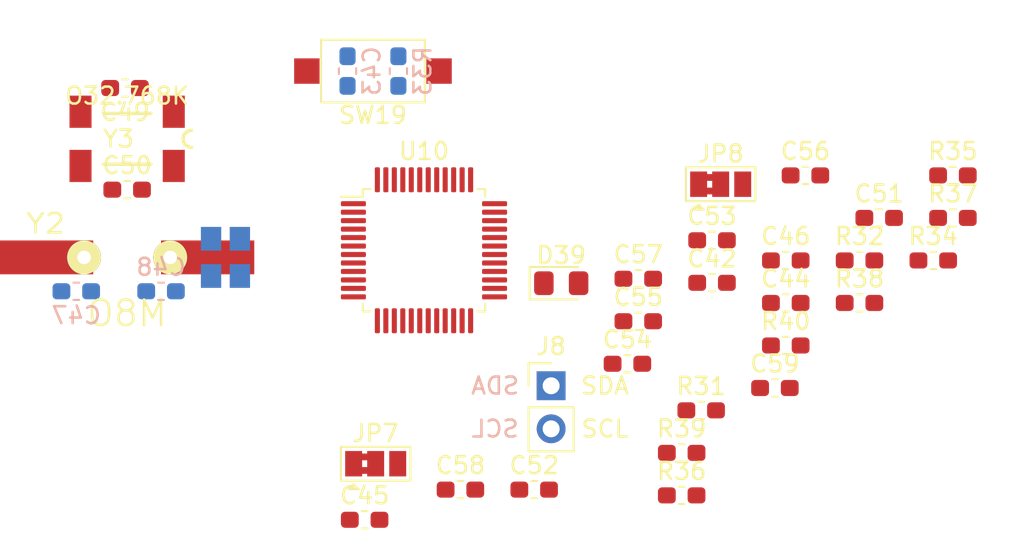
<source format=kicad_pcb>
(kicad_pcb (version 20171130) (host pcbnew 5.1.2-f72e74a~84~ubuntu18.04.1)

  (general
    (thickness 1.6)
    (drawings 0)
    (tracks 0)
    (zones 0)
    (modules 36)
    (nets 16)
  )

  (page A4)
  (layers
    (0 F.Cu signal)
    (31 B.Cu signal)
    (32 B.Adhes user)
    (33 F.Adhes user)
    (34 B.Paste user)
    (35 F.Paste user)
    (36 B.SilkS user)
    (37 F.SilkS user)
    (38 B.Mask user)
    (39 F.Mask user)
    (40 Dwgs.User user)
    (41 Cmts.User user)
    (42 Eco1.User user)
    (43 Eco2.User user)
    (44 Edge.Cuts user)
    (45 Margin user)
    (46 B.CrtYd user)
    (47 F.CrtYd user)
    (48 B.Fab user)
    (49 F.Fab user)
  )

  (setup
    (last_trace_width 0.25)
    (trace_clearance 0.2)
    (zone_clearance 0.508)
    (zone_45_only no)
    (trace_min 0.2)
    (via_size 0.8)
    (via_drill 0.4)
    (via_min_size 0.4)
    (via_min_drill 0.3)
    (uvia_size 0.3)
    (uvia_drill 0.1)
    (uvias_allowed no)
    (uvia_min_size 0.2)
    (uvia_min_drill 0.1)
    (edge_width 0.1)
    (segment_width 0.2)
    (pcb_text_width 0.3)
    (pcb_text_size 1.5 1.5)
    (mod_edge_width 0.15)
    (mod_text_size 1 1)
    (mod_text_width 0.15)
    (pad_size 1.524 1.524)
    (pad_drill 0.762)
    (pad_to_mask_clearance 0)
    (aux_axis_origin 0 0)
    (visible_elements FFFFFF7F)
    (pcbplotparams
      (layerselection 0x010fc_ffffffff)
      (usegerberextensions false)
      (usegerberattributes false)
      (usegerberadvancedattributes false)
      (creategerberjobfile false)
      (excludeedgelayer true)
      (linewidth 0.100000)
      (plotframeref false)
      (viasonmask false)
      (mode 1)
      (useauxorigin false)
      (hpglpennumber 1)
      (hpglpenspeed 20)
      (hpglpendiameter 15.000000)
      (psnegative false)
      (psa4output false)
      (plotreference true)
      (plotvalue true)
      (plotinvisibletext false)
      (padsonsilk false)
      (subtractmaskfromsilk false)
      (outputformat 1)
      (mirror false)
      (drillshape 1)
      (scaleselection 1)
      (outputdirectory ""))
  )

  (net 0 "")
  (net 1 GND)
  (net 2 /RESET)
  (net 3 Vstm32)
  (net 4 /OSC_P)
  (net 5 /OSC_N)
  (net 6 /OSC32K_P)
  (net 7 /OSC32K_N)
  (net 8 /PC13)
  (net 9 "Net-(D39-Pad1)")
  (net 10 /SCL)
  (net 11 /SDA)
  (net 12 "Net-(JP7-Pad2)")
  (net 13 "Net-(JP8-Pad2)")
  (net 14 /BOOT0)
  (net 15 /BOOT1)

  (net_class Default "This is the default net class."
    (clearance 0.2)
    (trace_width 0.25)
    (via_dia 0.8)
    (via_drill 0.4)
    (uvia_dia 0.3)
    (uvia_drill 0.1)
    (add_net +3V3)
    (add_net /BOOT0)
    (add_net /BOOT1)
    (add_net /BUZZER)
    (add_net /COL1)
    (add_net /COL2)
    (add_net /COL3)
    (add_net /OSC32K_N)
    (add_net /OSC32K_P)
    (add_net /OSC_N)
    (add_net /OSC_P)
    (add_net /PA15)
    (add_net /PC13)
    (add_net /RESET)
    (add_net /ROT_ENC_A1)
    (add_net /ROT_ENC_A2)
    (add_net /ROT_ENC_B1)
    (add_net /ROT_ENC_B2)
    (add_net /ROT_ENC_SW1)
    (add_net /ROT_ENC_SW2)
    (add_net /ROW1)
    (add_net /ROW2)
    (add_net /ROW3)
    (add_net /ROW4)
    (add_net /SCL)
    (add_net /SDA)
    (add_net /SWCLK)
    (add_net /SWDIO)
    (add_net /TTL_RX)
    (add_net /TTL_TX)
    (add_net /USB_N)
    (add_net /USB_P)
    (add_net /USR_BTN1)
    (add_net /USR_BTN2)
    (add_net /USR_BTN3)
    (add_net /USR_BTN4)
    (add_net /USR_STA1)
    (add_net /USR_STA2)
    (add_net /USR_STA3)
    (add_net /WS2812_OUT)
    (add_net GND)
    (add_net "Net-(C52-Pad1)")
    (add_net "Net-(C52-Pad2)")
    (add_net "Net-(C53-Pad1)")
    (add_net "Net-(C53-Pad2)")
    (add_net "Net-(C54-Pad1)")
    (add_net "Net-(C54-Pad2)")
    (add_net "Net-(C55-Pad1)")
    (add_net "Net-(C55-Pad2)")
    (add_net "Net-(C56-Pad1)")
    (add_net "Net-(C56-Pad2)")
    (add_net "Net-(C57-Pad1)")
    (add_net "Net-(C57-Pad2)")
    (add_net "Net-(C58-Pad1)")
    (add_net "Net-(C58-Pad2)")
    (add_net "Net-(C59-Pad1)")
    (add_net "Net-(C59-Pad2)")
    (add_net "Net-(D39-Pad1)")
    (add_net "Net-(JP7-Pad2)")
    (add_net "Net-(JP8-Pad2)")
    (add_net "Net-(R37-Pad1)")
    (add_net "Net-(R37-Pad2)")
    (add_net "Net-(R38-Pad1)")
    (add_net "Net-(R38-Pad2)")
    (add_net "Net-(R39-Pad1)")
    (add_net "Net-(R39-Pad2)")
    (add_net "Net-(R40-Pad1)")
    (add_net "Net-(R40-Pad2)")
    (add_net Vstm32)
  )

  (module footprint-lib:MC-306 (layer F.Cu) (tedit 5CD43AA7) (tstamp 5CF4890F)
    (at 8 24 180)
    (descr "<b>MC-306 CRYSTAL UNIT</b><p>Source: MC-306_405_406_E07X.PDF")
    (path /5BCBF11C)
    (attr smd)
    (fp_text reference Y3 (at 0.508 0) (layer F.SilkS)
      (effects (font (size 1 1) (thickness 0.15)))
    )
    (fp_text value O32.768K (at 0 2.54) (layer F.SilkS)
      (effects (font (size 1 1) (thickness 0.15)))
    )
    (fp_arc (start -3.8 0) (end -3.8 0.5) (angle -180) (layer F.SilkS) (width 0.2032))
    (fp_line (start 1.4 1.5) (end -1.4 1.5) (layer F.SilkS) (width 0.2032))
    (fp_line (start -1.4 -1.5) (end 1.4 -1.5) (layer F.SilkS) (width 0.2032))
    (fp_line (start 3.9 1.5) (end -3.9 1.5) (layer Dwgs.User) (width 0.2032))
    (fp_line (start -3.9 -1.5) (end 3.9 -1.5) (layer Dwgs.User) (width 0.2032))
    (pad 4 smd rect (at -2.75 -1.6) (size 1.3 1.9) (layers F.Cu F.Paste F.Mask))
    (pad 3 smd rect (at 2.75 -1.6) (size 1.3 1.9) (layers F.Cu F.Paste F.Mask))
    (pad 2 smd rect (at 2.75 1.6 180) (size 1.3 1.9) (layers F.Cu F.Paste F.Mask)
      (net 7 /OSC32K_N))
    (pad 1 smd rect (at -2.75 1.6 180) (size 1.3 1.9) (layers F.Cu F.Paste F.Mask)
      (net 6 /OSC32K_P))
    (model /home/logic/_workspace/kicad/kicad_library/kicad-packages3d/Crystal_SMD_SeikoEpson_MC306-4pin_8.0x3.2mm.wrl
      (at (xyz 0 0 0))
      (scale (xyz 1 1 1))
      (rotate (xyz 0 0 0))
    )
    (model /home/logic/_workspace/kicad/kicad_library/kicad-packages3d/Crystal_SMD_SeikoEpson_MC306-4pin_8.0x3.2mm_HandSoldering.wrl
      (at (xyz 0 0 0))
      (scale (xyz 1 1 1))
      (rotate (xyz 0 0 0))
    )
  )

  (module footprint-lib:osc_debug locked (layer F.Cu) (tedit 5CE11483) (tstamp 5CF48902)
    (at 8 31)
    (descr "Crystal, HC-49/SMD, 3225")
    (tags "QUARTZ HC-49 SMD 3225")
    (path /5BCC6C8D)
    (autoplace_cost180 10)
    (fp_text reference Y2 (at -4.8 -2 180) (layer F.SilkS)
      (effects (font (size 1.143 1.27) (thickness 0.1524)))
    )
    (fp_text value O8M (at 0 3.302) (layer F.SilkS)
      (effects (font (size 1.5 1.5) (thickness 0.15)))
    )
    (fp_arc (start -3.302 0) (end -5.588 0) (angle 90) (layer Dwgs.User) (width 0.254))
    (fp_arc (start -3.302 0) (end -3.302 2.286) (angle 90) (layer Dwgs.User) (width 0.254))
    (fp_line (start -3.302 -2.286) (end 3.302 -2.286) (layer Dwgs.User) (width 0.254))
    (fp_line (start 3.302 2.286) (end -3.302 2.286) (layer Dwgs.User) (width 0.254))
    (fp_arc (start 3.302 0) (end 5.588 0) (angle 90) (layer Dwgs.User) (width 0.254))
    (fp_arc (start -3.302 0) (end -5.08 0) (angle 90) (layer Dwgs.User) (width 0.254))
    (fp_arc (start -3.302 0) (end -3.302 1.778) (angle 90) (layer Dwgs.User) (width 0.254))
    (fp_arc (start 3.302 0) (end 3.302 -1.778) (angle 90) (layer Dwgs.User) (width 0.254))
    (fp_arc (start 3.302 0) (end 5.08 0) (angle 90) (layer Dwgs.User) (width 0.254))
    (fp_line (start 3.302 -1.778) (end -3.302 -1.778) (layer Dwgs.User) (width 0.254))
    (fp_line (start -3.302 1.778) (end 3.302 1.778) (layer Dwgs.User) (width 0.254))
    (fp_arc (start 3.302 0) (end 3.302 -2.286) (angle 90) (layer Dwgs.User) (width 0.254))
    (fp_line (start 5.79882 -2.49936) (end -5.79882 -2.49936) (layer Dwgs.User) (width 0.29972))
    (fp_line (start 5.79882 2.49936) (end 5.79882 -2.49936) (layer Dwgs.User) (width 0.29972))
    (fp_line (start -5.79882 2.49936) (end 5.79882 2.49936) (layer Dwgs.User) (width 0.29972))
    (fp_line (start -5.79882 -2.49936) (end -5.79882 2.49936) (layer Dwgs.User) (width 0.29972))
    (pad 4 smd rect (at 6.65 1.1 270) (size 1.4 1.2) (layers B.Cu B.Paste B.Mask))
    (pad 1 smd rect (at 6.65 -1.1 270) (size 1.4 1.2) (layers B.Cu B.Paste B.Mask)
      (net 4 /OSC_P))
    (pad 2 smd rect (at 4.95 1.1 270) (size 1.4 1.2) (layers B.Cu B.Paste B.Mask)
      (net 1 GND))
    (pad 3 smd rect (at 4.95 -1.1 270) (size 1.4 1.2) (layers B.Cu B.Paste B.Mask)
      (net 5 /OSC_N))
    (pad 2 thru_hole circle (at 2.54 0) (size 1.99898 1.99898) (drill 0.8001) (layers *.Cu *.Mask F.SilkS)
      (net 1 GND))
    (pad 1 thru_hole circle (at -2.54 0) (size 1.99898 1.99898) (drill 0.8001) (layers *.Cu *.Mask F.SilkS)
      (net 4 /OSC_P))
    (pad 2 smd rect (at 4.7498 0) (size 5.4991 1.99898) (layers F.Cu F.Paste F.Mask)
      (net 1 GND))
    (pad 1 smd rect (at -4.7498 0) (size 5.4991 1.99898) (layers F.Cu F.Paste F.Mask)
      (net 4 /OSC_P))
    (model ${HOME}/_workspace/kicad/kicad_library/smisioto-footprints/modules/packages3d/walter/crystal/crystal_hc-49-smd.wrl
      (at (xyz 0 0 0))
      (scale (xyz 1 1 1))
      (rotate (xyz 0 0 0))
    )
  )

  (module Package_QFP:LQFP-48_7x7mm_P0.5mm (layer F.Cu) (tedit 5C18330E) (tstamp 5CF488E6)
    (at 25.51 30.58)
    (descr "LQFP, 48 Pin (https://www.analog.com/media/en/technical-documentation/data-sheets/ltc2358-16.pdf), generated with kicad-footprint-generator ipc_gullwing_generator.py")
    (tags "LQFP QFP")
    (path /5BCB9005)
    (attr smd)
    (fp_text reference U10 (at 0 -5.85) (layer F.SilkS)
      (effects (font (size 1 1) (thickness 0.15)))
    )
    (fp_text value STM32F103C8T6 (at 0 5.85) (layer F.Fab)
      (effects (font (size 1 1) (thickness 0.15)))
    )
    (fp_text user %R (at 0 0) (layer F.Fab)
      (effects (font (size 1 1) (thickness 0.15)))
    )
    (fp_line (start 5.15 3.15) (end 5.15 0) (layer F.CrtYd) (width 0.05))
    (fp_line (start 3.75 3.15) (end 5.15 3.15) (layer F.CrtYd) (width 0.05))
    (fp_line (start 3.75 3.75) (end 3.75 3.15) (layer F.CrtYd) (width 0.05))
    (fp_line (start 3.15 3.75) (end 3.75 3.75) (layer F.CrtYd) (width 0.05))
    (fp_line (start 3.15 5.15) (end 3.15 3.75) (layer F.CrtYd) (width 0.05))
    (fp_line (start 0 5.15) (end 3.15 5.15) (layer F.CrtYd) (width 0.05))
    (fp_line (start -5.15 3.15) (end -5.15 0) (layer F.CrtYd) (width 0.05))
    (fp_line (start -3.75 3.15) (end -5.15 3.15) (layer F.CrtYd) (width 0.05))
    (fp_line (start -3.75 3.75) (end -3.75 3.15) (layer F.CrtYd) (width 0.05))
    (fp_line (start -3.15 3.75) (end -3.75 3.75) (layer F.CrtYd) (width 0.05))
    (fp_line (start -3.15 5.15) (end -3.15 3.75) (layer F.CrtYd) (width 0.05))
    (fp_line (start 0 5.15) (end -3.15 5.15) (layer F.CrtYd) (width 0.05))
    (fp_line (start 5.15 -3.15) (end 5.15 0) (layer F.CrtYd) (width 0.05))
    (fp_line (start 3.75 -3.15) (end 5.15 -3.15) (layer F.CrtYd) (width 0.05))
    (fp_line (start 3.75 -3.75) (end 3.75 -3.15) (layer F.CrtYd) (width 0.05))
    (fp_line (start 3.15 -3.75) (end 3.75 -3.75) (layer F.CrtYd) (width 0.05))
    (fp_line (start 3.15 -5.15) (end 3.15 -3.75) (layer F.CrtYd) (width 0.05))
    (fp_line (start 0 -5.15) (end 3.15 -5.15) (layer F.CrtYd) (width 0.05))
    (fp_line (start -5.15 -3.15) (end -5.15 0) (layer F.CrtYd) (width 0.05))
    (fp_line (start -3.75 -3.15) (end -5.15 -3.15) (layer F.CrtYd) (width 0.05))
    (fp_line (start -3.75 -3.75) (end -3.75 -3.15) (layer F.CrtYd) (width 0.05))
    (fp_line (start -3.15 -3.75) (end -3.75 -3.75) (layer F.CrtYd) (width 0.05))
    (fp_line (start -3.15 -5.15) (end -3.15 -3.75) (layer F.CrtYd) (width 0.05))
    (fp_line (start 0 -5.15) (end -3.15 -5.15) (layer F.CrtYd) (width 0.05))
    (fp_line (start -3.5 -2.5) (end -2.5 -3.5) (layer F.Fab) (width 0.1))
    (fp_line (start -3.5 3.5) (end -3.5 -2.5) (layer F.Fab) (width 0.1))
    (fp_line (start 3.5 3.5) (end -3.5 3.5) (layer F.Fab) (width 0.1))
    (fp_line (start 3.5 -3.5) (end 3.5 3.5) (layer F.Fab) (width 0.1))
    (fp_line (start -2.5 -3.5) (end 3.5 -3.5) (layer F.Fab) (width 0.1))
    (fp_line (start -3.61 -3.16) (end -4.9 -3.16) (layer F.SilkS) (width 0.12))
    (fp_line (start -3.61 -3.61) (end -3.61 -3.16) (layer F.SilkS) (width 0.12))
    (fp_line (start -3.16 -3.61) (end -3.61 -3.61) (layer F.SilkS) (width 0.12))
    (fp_line (start 3.61 -3.61) (end 3.61 -3.16) (layer F.SilkS) (width 0.12))
    (fp_line (start 3.16 -3.61) (end 3.61 -3.61) (layer F.SilkS) (width 0.12))
    (fp_line (start -3.61 3.61) (end -3.61 3.16) (layer F.SilkS) (width 0.12))
    (fp_line (start -3.16 3.61) (end -3.61 3.61) (layer F.SilkS) (width 0.12))
    (fp_line (start 3.61 3.61) (end 3.61 3.16) (layer F.SilkS) (width 0.12))
    (fp_line (start 3.16 3.61) (end 3.61 3.61) (layer F.SilkS) (width 0.12))
    (pad 48 smd roundrect (at -2.75 -4.1625) (size 0.3 1.475) (layers F.Cu F.Paste F.Mask) (roundrect_rratio 0.25)
      (net 3 Vstm32))
    (pad 47 smd roundrect (at -2.25 -4.1625) (size 0.3 1.475) (layers F.Cu F.Paste F.Mask) (roundrect_rratio 0.25)
      (net 1 GND))
    (pad 46 smd roundrect (at -1.75 -4.1625) (size 0.3 1.475) (layers F.Cu F.Paste F.Mask) (roundrect_rratio 0.25))
    (pad 45 smd roundrect (at -1.25 -4.1625) (size 0.3 1.475) (layers F.Cu F.Paste F.Mask) (roundrect_rratio 0.25))
    (pad 44 smd roundrect (at -0.75 -4.1625) (size 0.3 1.475) (layers F.Cu F.Paste F.Mask) (roundrect_rratio 0.25)
      (net 14 /BOOT0))
    (pad 43 smd roundrect (at -0.25 -4.1625) (size 0.3 1.475) (layers F.Cu F.Paste F.Mask) (roundrect_rratio 0.25)
      (net 11 /SDA))
    (pad 42 smd roundrect (at 0.25 -4.1625) (size 0.3 1.475) (layers F.Cu F.Paste F.Mask) (roundrect_rratio 0.25)
      (net 10 /SCL))
    (pad 41 smd roundrect (at 0.75 -4.1625) (size 0.3 1.475) (layers F.Cu F.Paste F.Mask) (roundrect_rratio 0.25))
    (pad 40 smd roundrect (at 1.25 -4.1625) (size 0.3 1.475) (layers F.Cu F.Paste F.Mask) (roundrect_rratio 0.25))
    (pad 39 smd roundrect (at 1.75 -4.1625) (size 0.3 1.475) (layers F.Cu F.Paste F.Mask) (roundrect_rratio 0.25))
    (pad 38 smd roundrect (at 2.25 -4.1625) (size 0.3 1.475) (layers F.Cu F.Paste F.Mask) (roundrect_rratio 0.25))
    (pad 37 smd roundrect (at 2.75 -4.1625) (size 0.3 1.475) (layers F.Cu F.Paste F.Mask) (roundrect_rratio 0.25))
    (pad 36 smd roundrect (at 4.1625 -2.75) (size 1.475 0.3) (layers F.Cu F.Paste F.Mask) (roundrect_rratio 0.25)
      (net 3 Vstm32))
    (pad 35 smd roundrect (at 4.1625 -2.25) (size 1.475 0.3) (layers F.Cu F.Paste F.Mask) (roundrect_rratio 0.25)
      (net 1 GND))
    (pad 34 smd roundrect (at 4.1625 -1.75) (size 1.475 0.3) (layers F.Cu F.Paste F.Mask) (roundrect_rratio 0.25))
    (pad 33 smd roundrect (at 4.1625 -1.25) (size 1.475 0.3) (layers F.Cu F.Paste F.Mask) (roundrect_rratio 0.25))
    (pad 32 smd roundrect (at 4.1625 -0.75) (size 1.475 0.3) (layers F.Cu F.Paste F.Mask) (roundrect_rratio 0.25))
    (pad 31 smd roundrect (at 4.1625 -0.25) (size 1.475 0.3) (layers F.Cu F.Paste F.Mask) (roundrect_rratio 0.25))
    (pad 30 smd roundrect (at 4.1625 0.25) (size 1.475 0.3) (layers F.Cu F.Paste F.Mask) (roundrect_rratio 0.25))
    (pad 29 smd roundrect (at 4.1625 0.75) (size 1.475 0.3) (layers F.Cu F.Paste F.Mask) (roundrect_rratio 0.25))
    (pad 28 smd roundrect (at 4.1625 1.25) (size 1.475 0.3) (layers F.Cu F.Paste F.Mask) (roundrect_rratio 0.25))
    (pad 27 smd roundrect (at 4.1625 1.75) (size 1.475 0.3) (layers F.Cu F.Paste F.Mask) (roundrect_rratio 0.25))
    (pad 26 smd roundrect (at 4.1625 2.25) (size 1.475 0.3) (layers F.Cu F.Paste F.Mask) (roundrect_rratio 0.25))
    (pad 25 smd roundrect (at 4.1625 2.75) (size 1.475 0.3) (layers F.Cu F.Paste F.Mask) (roundrect_rratio 0.25))
    (pad 24 smd roundrect (at 2.75 4.1625) (size 0.3 1.475) (layers F.Cu F.Paste F.Mask) (roundrect_rratio 0.25)
      (net 3 Vstm32))
    (pad 23 smd roundrect (at 2.25 4.1625) (size 0.3 1.475) (layers F.Cu F.Paste F.Mask) (roundrect_rratio 0.25)
      (net 1 GND))
    (pad 22 smd roundrect (at 1.75 4.1625) (size 0.3 1.475) (layers F.Cu F.Paste F.Mask) (roundrect_rratio 0.25))
    (pad 21 smd roundrect (at 1.25 4.1625) (size 0.3 1.475) (layers F.Cu F.Paste F.Mask) (roundrect_rratio 0.25))
    (pad 20 smd roundrect (at 0.75 4.1625) (size 0.3 1.475) (layers F.Cu F.Paste F.Mask) (roundrect_rratio 0.25)
      (net 15 /BOOT1))
    (pad 19 smd roundrect (at 0.25 4.1625) (size 0.3 1.475) (layers F.Cu F.Paste F.Mask) (roundrect_rratio 0.25))
    (pad 18 smd roundrect (at -0.25 4.1625) (size 0.3 1.475) (layers F.Cu F.Paste F.Mask) (roundrect_rratio 0.25))
    (pad 17 smd roundrect (at -0.75 4.1625) (size 0.3 1.475) (layers F.Cu F.Paste F.Mask) (roundrect_rratio 0.25))
    (pad 16 smd roundrect (at -1.25 4.1625) (size 0.3 1.475) (layers F.Cu F.Paste F.Mask) (roundrect_rratio 0.25))
    (pad 15 smd roundrect (at -1.75 4.1625) (size 0.3 1.475) (layers F.Cu F.Paste F.Mask) (roundrect_rratio 0.25))
    (pad 14 smd roundrect (at -2.25 4.1625) (size 0.3 1.475) (layers F.Cu F.Paste F.Mask) (roundrect_rratio 0.25))
    (pad 13 smd roundrect (at -2.75 4.1625) (size 0.3 1.475) (layers F.Cu F.Paste F.Mask) (roundrect_rratio 0.25))
    (pad 12 smd roundrect (at -4.1625 2.75) (size 1.475 0.3) (layers F.Cu F.Paste F.Mask) (roundrect_rratio 0.25))
    (pad 11 smd roundrect (at -4.1625 2.25) (size 1.475 0.3) (layers F.Cu F.Paste F.Mask) (roundrect_rratio 0.25))
    (pad 10 smd roundrect (at -4.1625 1.75) (size 1.475 0.3) (layers F.Cu F.Paste F.Mask) (roundrect_rratio 0.25))
    (pad 9 smd roundrect (at -4.1625 1.25) (size 1.475 0.3) (layers F.Cu F.Paste F.Mask) (roundrect_rratio 0.25)
      (net 3 Vstm32))
    (pad 8 smd roundrect (at -4.1625 0.75) (size 1.475 0.3) (layers F.Cu F.Paste F.Mask) (roundrect_rratio 0.25)
      (net 1 GND))
    (pad 7 smd roundrect (at -4.1625 0.25) (size 1.475 0.3) (layers F.Cu F.Paste F.Mask) (roundrect_rratio 0.25)
      (net 2 /RESET))
    (pad 6 smd roundrect (at -4.1625 -0.25) (size 1.475 0.3) (layers F.Cu F.Paste F.Mask) (roundrect_rratio 0.25)
      (net 5 /OSC_N))
    (pad 5 smd roundrect (at -4.1625 -0.75) (size 1.475 0.3) (layers F.Cu F.Paste F.Mask) (roundrect_rratio 0.25)
      (net 4 /OSC_P))
    (pad 4 smd roundrect (at -4.1625 -1.25) (size 1.475 0.3) (layers F.Cu F.Paste F.Mask) (roundrect_rratio 0.25)
      (net 7 /OSC32K_N))
    (pad 3 smd roundrect (at -4.1625 -1.75) (size 1.475 0.3) (layers F.Cu F.Paste F.Mask) (roundrect_rratio 0.25)
      (net 6 /OSC32K_P))
    (pad 2 smd roundrect (at -4.1625 -2.25) (size 1.475 0.3) (layers F.Cu F.Paste F.Mask) (roundrect_rratio 0.25)
      (net 8 /PC13))
    (pad 1 smd roundrect (at -4.1625 -2.75) (size 1.475 0.3) (layers F.Cu F.Paste F.Mask) (roundrect_rratio 0.25)
      (net 3 Vstm32))
    (model ${KISYS3DMOD}/Package_QFP.3dshapes/LQFP-48_7x7mm_P0.5mm.wrl
      (at (xyz 0 0 0))
      (scale (xyz 1 1 1))
      (rotate (xyz 0 0 0))
    )
  )

  (module footprint-lib:SW_SPST_CK_RS282G05A3 (layer F.Cu) (tedit 5A7A67D2) (tstamp 5CF4888B)
    (at 22.5 20 180)
    (descr https://www.mouser.com/ds/2/60/RS-282G05A-SM_RT-1159762.pdf)
    (tags "SPST button tactile switch")
    (path /5D5B9C66)
    (attr smd)
    (fp_text reference SW19 (at 0 -2.6) (layer F.SilkS)
      (effects (font (size 1 1) (thickness 0.15)))
    )
    (fp_text value SW_RESET,2_leg,SMD (at 0 3) (layer F.Fab)
      (effects (font (size 1 1) (thickness 0.15)))
    )
    (fp_line (start 3 -1.8) (end 3 1.8) (layer F.Fab) (width 0.1))
    (fp_line (start -3 -1.8) (end -3 1.8) (layer F.Fab) (width 0.1))
    (fp_line (start -3 -1.8) (end 3 -1.8) (layer F.Fab) (width 0.1))
    (fp_line (start -3 1.8) (end 3 1.8) (layer F.Fab) (width 0.1))
    (fp_line (start -1.5 -0.8) (end -1.5 0.8) (layer F.Fab) (width 0.1))
    (fp_line (start 1.5 -0.8) (end 1.5 0.8) (layer F.Fab) (width 0.1))
    (fp_line (start -1.5 -0.8) (end 1.5 -0.8) (layer F.Fab) (width 0.1))
    (fp_line (start -1.5 0.8) (end 1.5 0.8) (layer F.Fab) (width 0.1))
    (fp_line (start -3.06 1.85) (end -3.06 -1.85) (layer F.SilkS) (width 0.12))
    (fp_line (start 3.06 1.85) (end -3.06 1.85) (layer F.SilkS) (width 0.12))
    (fp_line (start 3.06 -1.85) (end 3.06 1.85) (layer F.SilkS) (width 0.12))
    (fp_line (start -3.06 -1.85) (end 3.06 -1.85) (layer F.SilkS) (width 0.12))
    (fp_line (start -1.75 1) (end -1.75 -1) (layer F.Fab) (width 0.1))
    (fp_line (start 1.75 1) (end -1.75 1) (layer F.Fab) (width 0.1))
    (fp_line (start 1.75 -1) (end 1.75 1) (layer F.Fab) (width 0.1))
    (fp_line (start -1.75 -1) (end 1.75 -1) (layer F.Fab) (width 0.1))
    (fp_text user %R (at 0 -2.6) (layer F.Fab)
      (effects (font (size 1 1) (thickness 0.15)))
    )
    (fp_line (start -4.9 -2.05) (end 4.9 -2.05) (layer F.CrtYd) (width 0.05))
    (fp_line (start 4.9 -2.05) (end 4.9 2.05) (layer F.CrtYd) (width 0.05))
    (fp_line (start 4.9 2.05) (end -4.9 2.05) (layer F.CrtYd) (width 0.05))
    (fp_line (start -4.9 2.05) (end -4.9 -2.05) (layer F.CrtYd) (width 0.05))
    (pad 2 smd rect (at 3.9 0 180) (size 1.5 1.5) (layers F.Cu F.Paste F.Mask)
      (net 2 /RESET))
    (pad 1 smd rect (at -3.9 0 180) (size 1.5 1.5) (layers F.Cu F.Paste F.Mask)
      (net 1 GND))
    (model ${KISYS3DMOD}/Button_Switch_SMD.3dshapes/SW_SPST_CK_RS282G05A3.wrl
      (at (xyz 0 0 0))
      (scale (xyz 1 1 1))
      (rotate (xyz 0 0 0))
    )
  )

  (module Resistor_SMD:R_0603_1608Metric_Pad1.05x0.95mm_HandSolder (layer F.Cu) (tedit 5B301BBD) (tstamp 5CF48870)
    (at 46.85 36.2)
    (descr "Resistor SMD 0603 (1608 Metric), square (rectangular) end terminal, IPC_7351 nominal with elongated pad for handsoldering. (Body size source: http://www.tortai-tech.com/upload/download/2011102023233369053.pdf), generated with kicad-footprint-generator")
    (tags "resistor handsolder")
    (path /5D08693F)
    (attr smd)
    (fp_text reference R40 (at 0 -1.43) (layer F.SilkS)
      (effects (font (size 1 1) (thickness 0.15)))
    )
    (fp_text value R0,0603 (at 0 1.43) (layer F.Fab)
      (effects (font (size 1 1) (thickness 0.15)))
    )
    (fp_text user %R (at 0 0) (layer F.Fab)
      (effects (font (size 0.4 0.4) (thickness 0.06)))
    )
    (fp_line (start 1.65 0.73) (end -1.65 0.73) (layer F.CrtYd) (width 0.05))
    (fp_line (start 1.65 -0.73) (end 1.65 0.73) (layer F.CrtYd) (width 0.05))
    (fp_line (start -1.65 -0.73) (end 1.65 -0.73) (layer F.CrtYd) (width 0.05))
    (fp_line (start -1.65 0.73) (end -1.65 -0.73) (layer F.CrtYd) (width 0.05))
    (fp_line (start -0.171267 0.51) (end 0.171267 0.51) (layer F.SilkS) (width 0.12))
    (fp_line (start -0.171267 -0.51) (end 0.171267 -0.51) (layer F.SilkS) (width 0.12))
    (fp_line (start 0.8 0.4) (end -0.8 0.4) (layer F.Fab) (width 0.1))
    (fp_line (start 0.8 -0.4) (end 0.8 0.4) (layer F.Fab) (width 0.1))
    (fp_line (start -0.8 -0.4) (end 0.8 -0.4) (layer F.Fab) (width 0.1))
    (fp_line (start -0.8 0.4) (end -0.8 -0.4) (layer F.Fab) (width 0.1))
    (pad 2 smd roundrect (at 0.875 0) (size 1.05 0.95) (layers F.Cu F.Paste F.Mask) (roundrect_rratio 0.25))
    (pad 1 smd roundrect (at -0.875 0) (size 1.05 0.95) (layers F.Cu F.Paste F.Mask) (roundrect_rratio 0.25))
    (model ${KISYS3DMOD}/Resistor_SMD.3dshapes/R_0603_1608Metric.wrl
      (at (xyz 0 0 0))
      (scale (xyz 1 1 1))
      (rotate (xyz 0 0 0))
    )
  )

  (module Resistor_SMD:R_0603_1608Metric_Pad1.05x0.95mm_HandSolder (layer F.Cu) (tedit 5B301BBD) (tstamp 5CF4885F)
    (at 40.71 42.54)
    (descr "Resistor SMD 0603 (1608 Metric), square (rectangular) end terminal, IPC_7351 nominal with elongated pad for handsoldering. (Body size source: http://www.tortai-tech.com/upload/download/2011102023233369053.pdf), generated with kicad-footprint-generator")
    (tags "resistor handsolder")
    (path /5D086933)
    (attr smd)
    (fp_text reference R39 (at 0 -1.43) (layer F.SilkS)
      (effects (font (size 1 1) (thickness 0.15)))
    )
    (fp_text value R0,0603 (at 0 1.43) (layer F.Fab)
      (effects (font (size 1 1) (thickness 0.15)))
    )
    (fp_text user %R (at 0 0) (layer F.Fab)
      (effects (font (size 0.4 0.4) (thickness 0.06)))
    )
    (fp_line (start 1.65 0.73) (end -1.65 0.73) (layer F.CrtYd) (width 0.05))
    (fp_line (start 1.65 -0.73) (end 1.65 0.73) (layer F.CrtYd) (width 0.05))
    (fp_line (start -1.65 -0.73) (end 1.65 -0.73) (layer F.CrtYd) (width 0.05))
    (fp_line (start -1.65 0.73) (end -1.65 -0.73) (layer F.CrtYd) (width 0.05))
    (fp_line (start -0.171267 0.51) (end 0.171267 0.51) (layer F.SilkS) (width 0.12))
    (fp_line (start -0.171267 -0.51) (end 0.171267 -0.51) (layer F.SilkS) (width 0.12))
    (fp_line (start 0.8 0.4) (end -0.8 0.4) (layer F.Fab) (width 0.1))
    (fp_line (start 0.8 -0.4) (end 0.8 0.4) (layer F.Fab) (width 0.1))
    (fp_line (start -0.8 -0.4) (end 0.8 -0.4) (layer F.Fab) (width 0.1))
    (fp_line (start -0.8 0.4) (end -0.8 -0.4) (layer F.Fab) (width 0.1))
    (pad 2 smd roundrect (at 0.875 0) (size 1.05 0.95) (layers F.Cu F.Paste F.Mask) (roundrect_rratio 0.25))
    (pad 1 smd roundrect (at -0.875 0) (size 1.05 0.95) (layers F.Cu F.Paste F.Mask) (roundrect_rratio 0.25))
    (model ${KISYS3DMOD}/Resistor_SMD.3dshapes/R_0603_1608Metric.wrl
      (at (xyz 0 0 0))
      (scale (xyz 1 1 1))
      (rotate (xyz 0 0 0))
    )
  )

  (module Resistor_SMD:R_0603_1608Metric_Pad1.05x0.95mm_HandSolder (layer F.Cu) (tedit 5B301BBD) (tstamp 5CF4884E)
    (at 51.2 33.69)
    (descr "Resistor SMD 0603 (1608 Metric), square (rectangular) end terminal, IPC_7351 nominal with elongated pad for handsoldering. (Body size source: http://www.tortai-tech.com/upload/download/2011102023233369053.pdf), generated with kicad-footprint-generator")
    (tags "resistor handsolder")
    (path /5D07FE67)
    (attr smd)
    (fp_text reference R38 (at 0 -1.43) (layer F.SilkS)
      (effects (font (size 1 1) (thickness 0.15)))
    )
    (fp_text value R0,0603 (at 0 1.43) (layer F.Fab)
      (effects (font (size 1 1) (thickness 0.15)))
    )
    (fp_text user %R (at 0 0) (layer F.Fab)
      (effects (font (size 0.4 0.4) (thickness 0.06)))
    )
    (fp_line (start 1.65 0.73) (end -1.65 0.73) (layer F.CrtYd) (width 0.05))
    (fp_line (start 1.65 -0.73) (end 1.65 0.73) (layer F.CrtYd) (width 0.05))
    (fp_line (start -1.65 -0.73) (end 1.65 -0.73) (layer F.CrtYd) (width 0.05))
    (fp_line (start -1.65 0.73) (end -1.65 -0.73) (layer F.CrtYd) (width 0.05))
    (fp_line (start -0.171267 0.51) (end 0.171267 0.51) (layer F.SilkS) (width 0.12))
    (fp_line (start -0.171267 -0.51) (end 0.171267 -0.51) (layer F.SilkS) (width 0.12))
    (fp_line (start 0.8 0.4) (end -0.8 0.4) (layer F.Fab) (width 0.1))
    (fp_line (start 0.8 -0.4) (end 0.8 0.4) (layer F.Fab) (width 0.1))
    (fp_line (start -0.8 -0.4) (end 0.8 -0.4) (layer F.Fab) (width 0.1))
    (fp_line (start -0.8 0.4) (end -0.8 -0.4) (layer F.Fab) (width 0.1))
    (pad 2 smd roundrect (at 0.875 0) (size 1.05 0.95) (layers F.Cu F.Paste F.Mask) (roundrect_rratio 0.25))
    (pad 1 smd roundrect (at -0.875 0) (size 1.05 0.95) (layers F.Cu F.Paste F.Mask) (roundrect_rratio 0.25))
    (model ${KISYS3DMOD}/Resistor_SMD.3dshapes/R_0603_1608Metric.wrl
      (at (xyz 0 0 0))
      (scale (xyz 1 1 1))
      (rotate (xyz 0 0 0))
    )
  )

  (module Resistor_SMD:R_0603_1608Metric_Pad1.05x0.95mm_HandSolder (layer F.Cu) (tedit 5B301BBD) (tstamp 5CF4883D)
    (at 56.71 28.67)
    (descr "Resistor SMD 0603 (1608 Metric), square (rectangular) end terminal, IPC_7351 nominal with elongated pad for handsoldering. (Body size source: http://www.tortai-tech.com/upload/download/2011102023233369053.pdf), generated with kicad-footprint-generator")
    (tags "resistor handsolder")
    (path /5D07447F)
    (attr smd)
    (fp_text reference R37 (at 0 -1.43) (layer F.SilkS)
      (effects (font (size 1 1) (thickness 0.15)))
    )
    (fp_text value R0,0603 (at 0 1.43) (layer F.Fab)
      (effects (font (size 1 1) (thickness 0.15)))
    )
    (fp_text user %R (at 0 0) (layer F.Fab)
      (effects (font (size 0.4 0.4) (thickness 0.06)))
    )
    (fp_line (start 1.65 0.73) (end -1.65 0.73) (layer F.CrtYd) (width 0.05))
    (fp_line (start 1.65 -0.73) (end 1.65 0.73) (layer F.CrtYd) (width 0.05))
    (fp_line (start -1.65 -0.73) (end 1.65 -0.73) (layer F.CrtYd) (width 0.05))
    (fp_line (start -1.65 0.73) (end -1.65 -0.73) (layer F.CrtYd) (width 0.05))
    (fp_line (start -0.171267 0.51) (end 0.171267 0.51) (layer F.SilkS) (width 0.12))
    (fp_line (start -0.171267 -0.51) (end 0.171267 -0.51) (layer F.SilkS) (width 0.12))
    (fp_line (start 0.8 0.4) (end -0.8 0.4) (layer F.Fab) (width 0.1))
    (fp_line (start 0.8 -0.4) (end 0.8 0.4) (layer F.Fab) (width 0.1))
    (fp_line (start -0.8 -0.4) (end 0.8 -0.4) (layer F.Fab) (width 0.1))
    (fp_line (start -0.8 0.4) (end -0.8 -0.4) (layer F.Fab) (width 0.1))
    (pad 2 smd roundrect (at 0.875 0) (size 1.05 0.95) (layers F.Cu F.Paste F.Mask) (roundrect_rratio 0.25))
    (pad 1 smd roundrect (at -0.875 0) (size 1.05 0.95) (layers F.Cu F.Paste F.Mask) (roundrect_rratio 0.25))
    (model ${KISYS3DMOD}/Resistor_SMD.3dshapes/R_0603_1608Metric.wrl
      (at (xyz 0 0 0))
      (scale (xyz 1 1 1))
      (rotate (xyz 0 0 0))
    )
  )

  (module Resistor_SMD:R_0603_1608Metric_Pad1.05x0.95mm_HandSolder (layer F.Cu) (tedit 5B301BBD) (tstamp 5CF4882C)
    (at 40.71 45.05)
    (descr "Resistor SMD 0603 (1608 Metric), square (rectangular) end terminal, IPC_7351 nominal with elongated pad for handsoldering. (Body size source: http://www.tortai-tech.com/upload/download/2011102023233369053.pdf), generated with kicad-footprint-generator")
    (tags "resistor handsolder")
    (path /5D07DB4D)
    (attr smd)
    (fp_text reference R36 (at 0 -1.43) (layer F.SilkS)
      (effects (font (size 1 1) (thickness 0.15)))
    )
    (fp_text value R472,0603 (at 0 1.43) (layer F.Fab)
      (effects (font (size 1 1) (thickness 0.15)))
    )
    (fp_text user %R (at 0 0) (layer F.Fab)
      (effects (font (size 0.4 0.4) (thickness 0.06)))
    )
    (fp_line (start 1.65 0.73) (end -1.65 0.73) (layer F.CrtYd) (width 0.05))
    (fp_line (start 1.65 -0.73) (end 1.65 0.73) (layer F.CrtYd) (width 0.05))
    (fp_line (start -1.65 -0.73) (end 1.65 -0.73) (layer F.CrtYd) (width 0.05))
    (fp_line (start -1.65 0.73) (end -1.65 -0.73) (layer F.CrtYd) (width 0.05))
    (fp_line (start -0.171267 0.51) (end 0.171267 0.51) (layer F.SilkS) (width 0.12))
    (fp_line (start -0.171267 -0.51) (end 0.171267 -0.51) (layer F.SilkS) (width 0.12))
    (fp_line (start 0.8 0.4) (end -0.8 0.4) (layer F.Fab) (width 0.1))
    (fp_line (start 0.8 -0.4) (end 0.8 0.4) (layer F.Fab) (width 0.1))
    (fp_line (start -0.8 -0.4) (end 0.8 -0.4) (layer F.Fab) (width 0.1))
    (fp_line (start -0.8 0.4) (end -0.8 -0.4) (layer F.Fab) (width 0.1))
    (pad 2 smd roundrect (at 0.875 0) (size 1.05 0.95) (layers F.Cu F.Paste F.Mask) (roundrect_rratio 0.25)
      (net 3 Vstm32))
    (pad 1 smd roundrect (at -0.875 0) (size 1.05 0.95) (layers F.Cu F.Paste F.Mask) (roundrect_rratio 0.25)
      (net 11 /SDA))
    (model ${KISYS3DMOD}/Resistor_SMD.3dshapes/R_0603_1608Metric.wrl
      (at (xyz 0 0 0))
      (scale (xyz 1 1 1))
      (rotate (xyz 0 0 0))
    )
  )

  (module Resistor_SMD:R_0603_1608Metric_Pad1.05x0.95mm_HandSolder (layer F.Cu) (tedit 5B301BBD) (tstamp 5CF4881B)
    (at 56.71 26.16)
    (descr "Resistor SMD 0603 (1608 Metric), square (rectangular) end terminal, IPC_7351 nominal with elongated pad for handsoldering. (Body size source: http://www.tortai-tech.com/upload/download/2011102023233369053.pdf), generated with kicad-footprint-generator")
    (tags "resistor handsolder")
    (path /5D07E05F)
    (attr smd)
    (fp_text reference R35 (at 0 -1.43) (layer F.SilkS)
      (effects (font (size 1 1) (thickness 0.15)))
    )
    (fp_text value R472,0603 (at 0 1.43) (layer F.Fab)
      (effects (font (size 1 1) (thickness 0.15)))
    )
    (fp_text user %R (at 0 0) (layer F.Fab)
      (effects (font (size 0.4 0.4) (thickness 0.06)))
    )
    (fp_line (start 1.65 0.73) (end -1.65 0.73) (layer F.CrtYd) (width 0.05))
    (fp_line (start 1.65 -0.73) (end 1.65 0.73) (layer F.CrtYd) (width 0.05))
    (fp_line (start -1.65 -0.73) (end 1.65 -0.73) (layer F.CrtYd) (width 0.05))
    (fp_line (start -1.65 0.73) (end -1.65 -0.73) (layer F.CrtYd) (width 0.05))
    (fp_line (start -0.171267 0.51) (end 0.171267 0.51) (layer F.SilkS) (width 0.12))
    (fp_line (start -0.171267 -0.51) (end 0.171267 -0.51) (layer F.SilkS) (width 0.12))
    (fp_line (start 0.8 0.4) (end -0.8 0.4) (layer F.Fab) (width 0.1))
    (fp_line (start 0.8 -0.4) (end 0.8 0.4) (layer F.Fab) (width 0.1))
    (fp_line (start -0.8 -0.4) (end 0.8 -0.4) (layer F.Fab) (width 0.1))
    (fp_line (start -0.8 0.4) (end -0.8 -0.4) (layer F.Fab) (width 0.1))
    (pad 2 smd roundrect (at 0.875 0) (size 1.05 0.95) (layers F.Cu F.Paste F.Mask) (roundrect_rratio 0.25)
      (net 3 Vstm32))
    (pad 1 smd roundrect (at -0.875 0) (size 1.05 0.95) (layers F.Cu F.Paste F.Mask) (roundrect_rratio 0.25)
      (net 10 /SCL))
    (model ${KISYS3DMOD}/Resistor_SMD.3dshapes/R_0603_1608Metric.wrl
      (at (xyz 0 0 0))
      (scale (xyz 1 1 1))
      (rotate (xyz 0 0 0))
    )
  )

  (module Resistor_SMD:R_0603_1608Metric_Pad1.05x0.95mm_HandSolder (layer F.Cu) (tedit 5B301BBD) (tstamp 5CF4880A)
    (at 55.55 31.18)
    (descr "Resistor SMD 0603 (1608 Metric), square (rectangular) end terminal, IPC_7351 nominal with elongated pad for handsoldering. (Body size source: http://www.tortai-tech.com/upload/download/2011102023233369053.pdf), generated with kicad-footprint-generator")
    (tags "resistor handsolder")
    (path /5CFFD89F)
    (attr smd)
    (fp_text reference R34 (at 0 -1.43) (layer F.SilkS)
      (effects (font (size 1 1) (thickness 0.15)))
    )
    (fp_text value R511,0603 (at 0 1.43) (layer F.Fab)
      (effects (font (size 1 1) (thickness 0.15)))
    )
    (fp_text user %R (at 0 0) (layer F.Fab)
      (effects (font (size 0.4 0.4) (thickness 0.06)))
    )
    (fp_line (start 1.65 0.73) (end -1.65 0.73) (layer F.CrtYd) (width 0.05))
    (fp_line (start 1.65 -0.73) (end 1.65 0.73) (layer F.CrtYd) (width 0.05))
    (fp_line (start -1.65 -0.73) (end 1.65 -0.73) (layer F.CrtYd) (width 0.05))
    (fp_line (start -1.65 0.73) (end -1.65 -0.73) (layer F.CrtYd) (width 0.05))
    (fp_line (start -0.171267 0.51) (end 0.171267 0.51) (layer F.SilkS) (width 0.12))
    (fp_line (start -0.171267 -0.51) (end 0.171267 -0.51) (layer F.SilkS) (width 0.12))
    (fp_line (start 0.8 0.4) (end -0.8 0.4) (layer F.Fab) (width 0.1))
    (fp_line (start 0.8 -0.4) (end 0.8 0.4) (layer F.Fab) (width 0.1))
    (fp_line (start -0.8 -0.4) (end 0.8 -0.4) (layer F.Fab) (width 0.1))
    (fp_line (start -0.8 0.4) (end -0.8 -0.4) (layer F.Fab) (width 0.1))
    (pad 2 smd roundrect (at 0.875 0) (size 1.05 0.95) (layers F.Cu F.Paste F.Mask) (roundrect_rratio 0.25)
      (net 1 GND))
    (pad 1 smd roundrect (at -0.875 0) (size 1.05 0.95) (layers F.Cu F.Paste F.Mask) (roundrect_rratio 0.25)
      (net 9 "Net-(D39-Pad1)"))
    (model ${KISYS3DMOD}/Resistor_SMD.3dshapes/R_0603_1608Metric.wrl
      (at (xyz 0 0 0))
      (scale (xyz 1 1 1))
      (rotate (xyz 0 0 0))
    )
  )

  (module Resistor_SMD:R_0603_1608Metric_Pad1.05x0.95mm_HandSolder (layer B.Cu) (tedit 5B301BBD) (tstamp 5CF487F9)
    (at 24 20 90)
    (descr "Resistor SMD 0603 (1608 Metric), square (rectangular) end terminal, IPC_7351 nominal with elongated pad for handsoldering. (Body size source: http://www.tortai-tech.com/upload/download/2011102023233369053.pdf), generated with kicad-footprint-generator")
    (tags "resistor handsolder")
    (path /5CF8BFBD)
    (attr smd)
    (fp_text reference R33 (at 0 1.43 90) (layer B.SilkS)
      (effects (font (size 1 1) (thickness 0.15)) (justify mirror))
    )
    (fp_text value R103,0603 (at 0 -1.43 90) (layer B.Fab)
      (effects (font (size 1 1) (thickness 0.15)) (justify mirror))
    )
    (fp_text user %R (at 0 0 90) (layer B.Fab)
      (effects (font (size 0.4 0.4) (thickness 0.06)) (justify mirror))
    )
    (fp_line (start 1.65 -0.73) (end -1.65 -0.73) (layer B.CrtYd) (width 0.05))
    (fp_line (start 1.65 0.73) (end 1.65 -0.73) (layer B.CrtYd) (width 0.05))
    (fp_line (start -1.65 0.73) (end 1.65 0.73) (layer B.CrtYd) (width 0.05))
    (fp_line (start -1.65 -0.73) (end -1.65 0.73) (layer B.CrtYd) (width 0.05))
    (fp_line (start -0.171267 -0.51) (end 0.171267 -0.51) (layer B.SilkS) (width 0.12))
    (fp_line (start -0.171267 0.51) (end 0.171267 0.51) (layer B.SilkS) (width 0.12))
    (fp_line (start 0.8 -0.4) (end -0.8 -0.4) (layer B.Fab) (width 0.1))
    (fp_line (start 0.8 0.4) (end 0.8 -0.4) (layer B.Fab) (width 0.1))
    (fp_line (start -0.8 0.4) (end 0.8 0.4) (layer B.Fab) (width 0.1))
    (fp_line (start -0.8 -0.4) (end -0.8 0.4) (layer B.Fab) (width 0.1))
    (pad 2 smd roundrect (at 0.875 0 90) (size 1.05 0.95) (layers B.Cu B.Paste B.Mask) (roundrect_rratio 0.25)
      (net 2 /RESET))
    (pad 1 smd roundrect (at -0.875 0 90) (size 1.05 0.95) (layers B.Cu B.Paste B.Mask) (roundrect_rratio 0.25)
      (net 3 Vstm32))
    (model ${KISYS3DMOD}/Resistor_SMD.3dshapes/R_0603_1608Metric.wrl
      (at (xyz 0 0 0))
      (scale (xyz 1 1 1))
      (rotate (xyz 0 0 0))
    )
  )

  (module Resistor_SMD:R_0603_1608Metric_Pad1.05x0.95mm_HandSolder (layer F.Cu) (tedit 5B301BBD) (tstamp 5CF487E8)
    (at 51.2 31.18)
    (descr "Resistor SMD 0603 (1608 Metric), square (rectangular) end terminal, IPC_7351 nominal with elongated pad for handsoldering. (Body size source: http://www.tortai-tech.com/upload/download/2011102023233369053.pdf), generated with kicad-footprint-generator")
    (tags "resistor handsolder")
    (path /5BD1019E)
    (attr smd)
    (fp_text reference R32 (at 0 -1.43) (layer F.SilkS)
      (effects (font (size 1 1) (thickness 0.15)))
    )
    (fp_text value R104 (at 0 1.43) (layer F.Fab)
      (effects (font (size 1 1) (thickness 0.15)))
    )
    (fp_text user %R (at 0 0) (layer F.Fab)
      (effects (font (size 0.4 0.4) (thickness 0.06)))
    )
    (fp_line (start 1.65 0.73) (end -1.65 0.73) (layer F.CrtYd) (width 0.05))
    (fp_line (start 1.65 -0.73) (end 1.65 0.73) (layer F.CrtYd) (width 0.05))
    (fp_line (start -1.65 -0.73) (end 1.65 -0.73) (layer F.CrtYd) (width 0.05))
    (fp_line (start -1.65 0.73) (end -1.65 -0.73) (layer F.CrtYd) (width 0.05))
    (fp_line (start -0.171267 0.51) (end 0.171267 0.51) (layer F.SilkS) (width 0.12))
    (fp_line (start -0.171267 -0.51) (end 0.171267 -0.51) (layer F.SilkS) (width 0.12))
    (fp_line (start 0.8 0.4) (end -0.8 0.4) (layer F.Fab) (width 0.1))
    (fp_line (start 0.8 -0.4) (end 0.8 0.4) (layer F.Fab) (width 0.1))
    (fp_line (start -0.8 -0.4) (end 0.8 -0.4) (layer F.Fab) (width 0.1))
    (fp_line (start -0.8 0.4) (end -0.8 -0.4) (layer F.Fab) (width 0.1))
    (pad 2 smd roundrect (at 0.875 0) (size 1.05 0.95) (layers F.Cu F.Paste F.Mask) (roundrect_rratio 0.25)
      (net 13 "Net-(JP8-Pad2)"))
    (pad 1 smd roundrect (at -0.875 0) (size 1.05 0.95) (layers F.Cu F.Paste F.Mask) (roundrect_rratio 0.25)
      (net 15 /BOOT1))
    (model ${KISYS3DMOD}/Resistor_SMD.3dshapes/R_0603_1608Metric.wrl
      (at (xyz 0 0 0))
      (scale (xyz 1 1 1))
      (rotate (xyz 0 0 0))
    )
  )

  (module Resistor_SMD:R_0603_1608Metric_Pad1.05x0.95mm_HandSolder (layer F.Cu) (tedit 5B301BBD) (tstamp 5CF487D7)
    (at 41.86 40.03)
    (descr "Resistor SMD 0603 (1608 Metric), square (rectangular) end terminal, IPC_7351 nominal with elongated pad for handsoldering. (Body size source: http://www.tortai-tech.com/upload/download/2011102023233369053.pdf), generated with kicad-footprint-generator")
    (tags "resistor handsolder")
    (path /5BD01B7F)
    (attr smd)
    (fp_text reference R31 (at 0 -1.43) (layer F.SilkS)
      (effects (font (size 1 1) (thickness 0.15)))
    )
    (fp_text value R104 (at 0 1.43) (layer F.Fab)
      (effects (font (size 1 1) (thickness 0.15)))
    )
    (fp_text user %R (at 0 0) (layer F.Fab)
      (effects (font (size 0.4 0.4) (thickness 0.06)))
    )
    (fp_line (start 1.65 0.73) (end -1.65 0.73) (layer F.CrtYd) (width 0.05))
    (fp_line (start 1.65 -0.73) (end 1.65 0.73) (layer F.CrtYd) (width 0.05))
    (fp_line (start -1.65 -0.73) (end 1.65 -0.73) (layer F.CrtYd) (width 0.05))
    (fp_line (start -1.65 0.73) (end -1.65 -0.73) (layer F.CrtYd) (width 0.05))
    (fp_line (start -0.171267 0.51) (end 0.171267 0.51) (layer F.SilkS) (width 0.12))
    (fp_line (start -0.171267 -0.51) (end 0.171267 -0.51) (layer F.SilkS) (width 0.12))
    (fp_line (start 0.8 0.4) (end -0.8 0.4) (layer F.Fab) (width 0.1))
    (fp_line (start 0.8 -0.4) (end 0.8 0.4) (layer F.Fab) (width 0.1))
    (fp_line (start -0.8 -0.4) (end 0.8 -0.4) (layer F.Fab) (width 0.1))
    (fp_line (start -0.8 0.4) (end -0.8 -0.4) (layer F.Fab) (width 0.1))
    (pad 2 smd roundrect (at 0.875 0) (size 1.05 0.95) (layers F.Cu F.Paste F.Mask) (roundrect_rratio 0.25)
      (net 14 /BOOT0))
    (pad 1 smd roundrect (at -0.875 0) (size 1.05 0.95) (layers F.Cu F.Paste F.Mask) (roundrect_rratio 0.25)
      (net 12 "Net-(JP7-Pad2)"))
    (model ${KISYS3DMOD}/Resistor_SMD.3dshapes/R_0603_1608Metric.wrl
      (at (xyz 0 0 0))
      (scale (xyz 1 1 1))
      (rotate (xyz 0 0 0))
    )
  )

  (module Jumper:SolderJumper-3_P1.3mm_Bridged2Bar12_Pad1.0x1.5mm (layer F.Cu) (tedit 5C756AFF) (tstamp 5CF487C6)
    (at 43.01 26.68)
    (descr "SMD Solder 3-pad Jumper, 1x1.5mm Pads, 0.3mm gap, pads 1-2 Bridged2Bar with 2 copper strip")
    (tags "solder jumper open")
    (path /5CF7E819)
    (attr virtual)
    (fp_text reference JP8 (at 0 -1.8) (layer F.SilkS)
      (effects (font (size 1 1) (thickness 0.15)))
    )
    (fp_text value BOOT1 (at 0 2) (layer F.Fab)
      (effects (font (size 1 1) (thickness 0.15)))
    )
    (fp_poly (pts (xy -0.9 0.2) (xy -0.4 0.2) (xy -0.4 0.6) (xy -0.9 0.6)) (layer F.Cu) (width 0))
    (fp_poly (pts (xy -0.9 -0.6) (xy -0.4 -0.6) (xy -0.4 -0.2) (xy -0.9 -0.2)) (layer F.Cu) (width 0))
    (fp_line (start 2.3 1.25) (end -2.3 1.25) (layer F.CrtYd) (width 0.05))
    (fp_line (start 2.3 1.25) (end 2.3 -1.25) (layer F.CrtYd) (width 0.05))
    (fp_line (start -2.3 -1.25) (end -2.3 1.25) (layer F.CrtYd) (width 0.05))
    (fp_line (start -2.3 -1.25) (end 2.3 -1.25) (layer F.CrtYd) (width 0.05))
    (fp_line (start -2.05 -1) (end 2.05 -1) (layer F.SilkS) (width 0.12))
    (fp_line (start 2.05 -1) (end 2.05 1) (layer F.SilkS) (width 0.12))
    (fp_line (start 2.05 1) (end -2.05 1) (layer F.SilkS) (width 0.12))
    (fp_line (start -2.05 1) (end -2.05 -1) (layer F.SilkS) (width 0.12))
    (fp_line (start -1.3 1.2) (end -1.6 1.5) (layer F.SilkS) (width 0.12))
    (fp_line (start -1.6 1.5) (end -1 1.5) (layer F.SilkS) (width 0.12))
    (fp_line (start -1.3 1.2) (end -1 1.5) (layer F.SilkS) (width 0.12))
    (pad 2 smd rect (at 0 0) (size 1 1.5) (layers F.Cu F.Mask)
      (net 13 "Net-(JP8-Pad2)"))
    (pad 3 smd rect (at 1.3 0) (size 1 1.5) (layers F.Cu F.Mask)
      (net 3 Vstm32))
    (pad 1 smd rect (at -1.3 0) (size 1 1.5) (layers F.Cu F.Mask)
      (net 1 GND))
  )

  (module Jumper:SolderJumper-3_P1.3mm_Bridged2Bar12_Pad1.0x1.5mm (layer F.Cu) (tedit 5C756AFF) (tstamp 5CF487B2)
    (at 22.66 43.18)
    (descr "SMD Solder 3-pad Jumper, 1x1.5mm Pads, 0.3mm gap, pads 1-2 Bridged2Bar with 2 copper strip")
    (tags "solder jumper open")
    (path /5CF7DD63)
    (attr virtual)
    (fp_text reference JP7 (at 0 -1.8) (layer F.SilkS)
      (effects (font (size 1 1) (thickness 0.15)))
    )
    (fp_text value BOOT0 (at 0 2) (layer F.Fab)
      (effects (font (size 1 1) (thickness 0.15)))
    )
    (fp_poly (pts (xy -0.9 0.2) (xy -0.4 0.2) (xy -0.4 0.6) (xy -0.9 0.6)) (layer F.Cu) (width 0))
    (fp_poly (pts (xy -0.9 -0.6) (xy -0.4 -0.6) (xy -0.4 -0.2) (xy -0.9 -0.2)) (layer F.Cu) (width 0))
    (fp_line (start 2.3 1.25) (end -2.3 1.25) (layer F.CrtYd) (width 0.05))
    (fp_line (start 2.3 1.25) (end 2.3 -1.25) (layer F.CrtYd) (width 0.05))
    (fp_line (start -2.3 -1.25) (end -2.3 1.25) (layer F.CrtYd) (width 0.05))
    (fp_line (start -2.3 -1.25) (end 2.3 -1.25) (layer F.CrtYd) (width 0.05))
    (fp_line (start -2.05 -1) (end 2.05 -1) (layer F.SilkS) (width 0.12))
    (fp_line (start 2.05 -1) (end 2.05 1) (layer F.SilkS) (width 0.12))
    (fp_line (start 2.05 1) (end -2.05 1) (layer F.SilkS) (width 0.12))
    (fp_line (start -2.05 1) (end -2.05 -1) (layer F.SilkS) (width 0.12))
    (fp_line (start -1.3 1.2) (end -1.6 1.5) (layer F.SilkS) (width 0.12))
    (fp_line (start -1.6 1.5) (end -1 1.5) (layer F.SilkS) (width 0.12))
    (fp_line (start -1.3 1.2) (end -1 1.5) (layer F.SilkS) (width 0.12))
    (pad 2 smd rect (at 0 0) (size 1 1.5) (layers F.Cu F.Mask)
      (net 12 "Net-(JP7-Pad2)"))
    (pad 3 smd rect (at 1.3 0) (size 1 1.5) (layers F.Cu F.Mask)
      (net 3 Vstm32))
    (pad 1 smd rect (at -1.3 0) (size 1 1.5) (layers F.Cu F.Mask)
      (net 1 GND))
  )

  (module footprint-lib:I2C_DEBUG,2.54 (layer F.Cu) (tedit 5CF0BAFC) (tstamp 5CF4879E)
    (at 33.01 38.58)
    (descr I2C_HEADER,2.54)
    (tags "I2C_HEADER,2.54 I2C_DEBUG,2.54")
    (path /5D064141)
    (fp_text reference J8 (at 0 -2.33) (layer F.SilkS)
      (effects (font (size 1 1) (thickness 0.15)))
    )
    (fp_text value I2C_HEADER,2.54 (at 0 4.87) (layer F.Fab)
      (effects (font (size 1 1) (thickness 0.15)))
    )
    (fp_text user SDA (at -3.302 0) (layer B.SilkS)
      (effects (font (size 1 1) (thickness 0.15)) (justify mirror))
    )
    (fp_text user SCL (at -3.302 2.54) (layer B.SilkS)
      (effects (font (size 1 1) (thickness 0.15)) (justify mirror))
    )
    (fp_text user SCL (at 3.175 2.54) (layer F.SilkS)
      (effects (font (size 1 1) (thickness 0.15)))
    )
    (fp_text user SDA (at 3.175 0) (layer F.SilkS)
      (effects (font (size 1 1) (thickness 0.15)))
    )
    (fp_text user %R (at 0 1.27 90) (layer F.Fab)
      (effects (font (size 1 1) (thickness 0.15)))
    )
    (fp_line (start 1.8 -1.8) (end -1.8 -1.8) (layer F.CrtYd) (width 0.05))
    (fp_line (start 1.8 4.35) (end 1.8 -1.8) (layer F.CrtYd) (width 0.05))
    (fp_line (start -1.8 4.35) (end 1.8 4.35) (layer F.CrtYd) (width 0.05))
    (fp_line (start -1.8 -1.8) (end -1.8 4.35) (layer F.CrtYd) (width 0.05))
    (fp_line (start -1.33 -1.33) (end 0 -1.33) (layer F.SilkS) (width 0.12))
    (fp_line (start -1.33 0) (end -1.33 -1.33) (layer F.SilkS) (width 0.12))
    (fp_line (start -1.33 1.27) (end 1.33 1.27) (layer F.SilkS) (width 0.12))
    (fp_line (start 1.33 1.27) (end 1.33 3.87) (layer F.SilkS) (width 0.12))
    (fp_line (start -1.33 1.27) (end -1.33 3.87) (layer F.SilkS) (width 0.12))
    (fp_line (start -1.33 3.87) (end 1.33 3.87) (layer F.SilkS) (width 0.12))
    (fp_line (start -1.27 -0.635) (end -0.635 -1.27) (layer F.Fab) (width 0.1))
    (fp_line (start -1.27 3.81) (end -1.27 -0.635) (layer F.Fab) (width 0.1))
    (fp_line (start 1.27 3.81) (end -1.27 3.81) (layer F.Fab) (width 0.1))
    (fp_line (start 1.27 -1.27) (end 1.27 3.81) (layer F.Fab) (width 0.1))
    (fp_line (start -0.635 -1.27) (end 1.27 -1.27) (layer F.Fab) (width 0.1))
    (pad SCL thru_hole oval (at 0 2.54) (size 1.7 1.7) (drill 1) (layers *.Cu *.Mask)
      (net 10 /SCL))
    (pad SDA thru_hole rect (at 0 0) (size 1.7 1.7) (drill 1) (layers *.Cu *.Mask)
      (net 11 /SDA))
    (model ${KISYS3DMOD}/Connector_PinHeader_2.54mm.3dshapes/PinHeader_1x02_P2.54mm_Vertical.wrl
      (at (xyz 0 0 0))
      (scale (xyz 1 1 1))
      (rotate (xyz 0 0 0))
    )
  )

  (module LED_SMD:LED_0805_2012Metric_Pad1.15x1.40mm_HandSolder (layer F.Cu) (tedit 5B4B45C9) (tstamp 5CF48784)
    (at 33.605 32.525)
    (descr "LED SMD 0805 (2012 Metric), square (rectangular) end terminal, IPC_7351 nominal, (Body size source: https://docs.google.com/spreadsheets/d/1BsfQQcO9C6DZCsRaXUlFlo91Tg2WpOkGARC1WS5S8t0/edit?usp=sharing), generated with kicad-footprint-generator")
    (tags "LED handsolder")
    (path /5BDD943F)
    (attr smd)
    (fp_text reference D39 (at 0 -1.65) (layer F.SilkS)
      (effects (font (size 1 1) (thickness 0.15)))
    )
    (fp_text value PC13 (at 0 1.65) (layer F.Fab)
      (effects (font (size 1 1) (thickness 0.15)))
    )
    (fp_text user %R (at 0 0) (layer F.Fab)
      (effects (font (size 0.5 0.5) (thickness 0.08)))
    )
    (fp_line (start 1.85 0.95) (end -1.85 0.95) (layer F.CrtYd) (width 0.05))
    (fp_line (start 1.85 -0.95) (end 1.85 0.95) (layer F.CrtYd) (width 0.05))
    (fp_line (start -1.85 -0.95) (end 1.85 -0.95) (layer F.CrtYd) (width 0.05))
    (fp_line (start -1.85 0.95) (end -1.85 -0.95) (layer F.CrtYd) (width 0.05))
    (fp_line (start -1.86 0.96) (end 1 0.96) (layer F.SilkS) (width 0.12))
    (fp_line (start -1.86 -0.96) (end -1.86 0.96) (layer F.SilkS) (width 0.12))
    (fp_line (start 1 -0.96) (end -1.86 -0.96) (layer F.SilkS) (width 0.12))
    (fp_line (start 1 0.6) (end 1 -0.6) (layer F.Fab) (width 0.1))
    (fp_line (start -1 0.6) (end 1 0.6) (layer F.Fab) (width 0.1))
    (fp_line (start -1 -0.3) (end -1 0.6) (layer F.Fab) (width 0.1))
    (fp_line (start -0.7 -0.6) (end -1 -0.3) (layer F.Fab) (width 0.1))
    (fp_line (start 1 -0.6) (end -0.7 -0.6) (layer F.Fab) (width 0.1))
    (pad 2 smd roundrect (at 1.025 0) (size 1.15 1.4) (layers F.Cu F.Paste F.Mask) (roundrect_rratio 0.217391)
      (net 8 /PC13))
    (pad 1 smd roundrect (at -1.025 0) (size 1.15 1.4) (layers F.Cu F.Paste F.Mask) (roundrect_rratio 0.217391)
      (net 9 "Net-(D39-Pad1)"))
    (model ${KISYS3DMOD}/LED_SMD.3dshapes/LED_0805_2012Metric.wrl
      (at (xyz 0 0 0))
      (scale (xyz 1 1 1))
      (rotate (xyz 0 0 0))
    )
  )

  (module Capacitor_SMD:C_0603_1608Metric_Pad1.05x0.95mm_HandSolder (layer F.Cu) (tedit 5B301BBE) (tstamp 5CF48771)
    (at 46.21 38.71)
    (descr "Capacitor SMD 0603 (1608 Metric), square (rectangular) end terminal, IPC_7351 nominal with elongated pad for handsoldering. (Body size source: http://www.tortai-tech.com/upload/download/2011102023233369053.pdf), generated with kicad-footprint-generator")
    (tags "capacitor handsolder")
    (path /5D062E03)
    (attr smd)
    (fp_text reference C59 (at 0 -1.43) (layer F.SilkS)
      (effects (font (size 1 1) (thickness 0.15)))
    )
    (fp_text value SPARE,0603 (at 0 1.43) (layer F.Fab)
      (effects (font (size 1 1) (thickness 0.15)))
    )
    (fp_text user %R (at 0 0) (layer F.Fab)
      (effects (font (size 0.4 0.4) (thickness 0.06)))
    )
    (fp_line (start 1.65 0.73) (end -1.65 0.73) (layer F.CrtYd) (width 0.05))
    (fp_line (start 1.65 -0.73) (end 1.65 0.73) (layer F.CrtYd) (width 0.05))
    (fp_line (start -1.65 -0.73) (end 1.65 -0.73) (layer F.CrtYd) (width 0.05))
    (fp_line (start -1.65 0.73) (end -1.65 -0.73) (layer F.CrtYd) (width 0.05))
    (fp_line (start -0.171267 0.51) (end 0.171267 0.51) (layer F.SilkS) (width 0.12))
    (fp_line (start -0.171267 -0.51) (end 0.171267 -0.51) (layer F.SilkS) (width 0.12))
    (fp_line (start 0.8 0.4) (end -0.8 0.4) (layer F.Fab) (width 0.1))
    (fp_line (start 0.8 -0.4) (end 0.8 0.4) (layer F.Fab) (width 0.1))
    (fp_line (start -0.8 -0.4) (end 0.8 -0.4) (layer F.Fab) (width 0.1))
    (fp_line (start -0.8 0.4) (end -0.8 -0.4) (layer F.Fab) (width 0.1))
    (pad 2 smd roundrect (at 0.875 0) (size 1.05 0.95) (layers F.Cu F.Paste F.Mask) (roundrect_rratio 0.25))
    (pad 1 smd roundrect (at -0.875 0) (size 1.05 0.95) (layers F.Cu F.Paste F.Mask) (roundrect_rratio 0.25))
    (model ${KISYS3DMOD}/Capacitor_SMD.3dshapes/C_0603_1608Metric.wrl
      (at (xyz 0 0 0))
      (scale (xyz 1 1 1))
      (rotate (xyz 0 0 0))
    )
  )

  (module Capacitor_SMD:C_0603_1608Metric_Pad1.05x0.95mm_HandSolder (layer F.Cu) (tedit 5B301BBE) (tstamp 5CF48760)
    (at 27.66 44.71)
    (descr "Capacitor SMD 0603 (1608 Metric), square (rectangular) end terminal, IPC_7351 nominal with elongated pad for handsoldering. (Body size source: http://www.tortai-tech.com/upload/download/2011102023233369053.pdf), generated with kicad-footprint-generator")
    (tags "capacitor handsolder")
    (path /5D062DEB)
    (attr smd)
    (fp_text reference C58 (at 0 -1.43) (layer F.SilkS)
      (effects (font (size 1 1) (thickness 0.15)))
    )
    (fp_text value SPARE,0603 (at 0 1.43) (layer F.Fab)
      (effects (font (size 1 1) (thickness 0.15)))
    )
    (fp_text user %R (at 0 0) (layer F.Fab)
      (effects (font (size 0.4 0.4) (thickness 0.06)))
    )
    (fp_line (start 1.65 0.73) (end -1.65 0.73) (layer F.CrtYd) (width 0.05))
    (fp_line (start 1.65 -0.73) (end 1.65 0.73) (layer F.CrtYd) (width 0.05))
    (fp_line (start -1.65 -0.73) (end 1.65 -0.73) (layer F.CrtYd) (width 0.05))
    (fp_line (start -1.65 0.73) (end -1.65 -0.73) (layer F.CrtYd) (width 0.05))
    (fp_line (start -0.171267 0.51) (end 0.171267 0.51) (layer F.SilkS) (width 0.12))
    (fp_line (start -0.171267 -0.51) (end 0.171267 -0.51) (layer F.SilkS) (width 0.12))
    (fp_line (start 0.8 0.4) (end -0.8 0.4) (layer F.Fab) (width 0.1))
    (fp_line (start 0.8 -0.4) (end 0.8 0.4) (layer F.Fab) (width 0.1))
    (fp_line (start -0.8 -0.4) (end 0.8 -0.4) (layer F.Fab) (width 0.1))
    (fp_line (start -0.8 0.4) (end -0.8 -0.4) (layer F.Fab) (width 0.1))
    (pad 2 smd roundrect (at 0.875 0) (size 1.05 0.95) (layers F.Cu F.Paste F.Mask) (roundrect_rratio 0.25))
    (pad 1 smd roundrect (at -0.875 0) (size 1.05 0.95) (layers F.Cu F.Paste F.Mask) (roundrect_rratio 0.25))
    (model ${KISYS3DMOD}/Capacitor_SMD.3dshapes/C_0603_1608Metric.wrl
      (at (xyz 0 0 0))
      (scale (xyz 1 1 1))
      (rotate (xyz 0 0 0))
    )
  )

  (module Capacitor_SMD:C_0603_1608Metric_Pad1.05x0.95mm_HandSolder (layer F.Cu) (tedit 5B301BBE) (tstamp 5CF4874F)
    (at 38.15 32.26)
    (descr "Capacitor SMD 0603 (1608 Metric), square (rectangular) end terminal, IPC_7351 nominal with elongated pad for handsoldering. (Body size source: http://www.tortai-tech.com/upload/download/2011102023233369053.pdf), generated with kicad-footprint-generator")
    (tags "capacitor handsolder")
    (path /5D05C59B)
    (attr smd)
    (fp_text reference C57 (at 0 -1.43) (layer F.SilkS)
      (effects (font (size 1 1) (thickness 0.15)))
    )
    (fp_text value SPARE,0603 (at 0 1.43) (layer F.Fab)
      (effects (font (size 1 1) (thickness 0.15)))
    )
    (fp_text user %R (at 0 0) (layer F.Fab)
      (effects (font (size 0.4 0.4) (thickness 0.06)))
    )
    (fp_line (start 1.65 0.73) (end -1.65 0.73) (layer F.CrtYd) (width 0.05))
    (fp_line (start 1.65 -0.73) (end 1.65 0.73) (layer F.CrtYd) (width 0.05))
    (fp_line (start -1.65 -0.73) (end 1.65 -0.73) (layer F.CrtYd) (width 0.05))
    (fp_line (start -1.65 0.73) (end -1.65 -0.73) (layer F.CrtYd) (width 0.05))
    (fp_line (start -0.171267 0.51) (end 0.171267 0.51) (layer F.SilkS) (width 0.12))
    (fp_line (start -0.171267 -0.51) (end 0.171267 -0.51) (layer F.SilkS) (width 0.12))
    (fp_line (start 0.8 0.4) (end -0.8 0.4) (layer F.Fab) (width 0.1))
    (fp_line (start 0.8 -0.4) (end 0.8 0.4) (layer F.Fab) (width 0.1))
    (fp_line (start -0.8 -0.4) (end 0.8 -0.4) (layer F.Fab) (width 0.1))
    (fp_line (start -0.8 0.4) (end -0.8 -0.4) (layer F.Fab) (width 0.1))
    (pad 2 smd roundrect (at 0.875 0) (size 1.05 0.95) (layers F.Cu F.Paste F.Mask) (roundrect_rratio 0.25))
    (pad 1 smd roundrect (at -0.875 0) (size 1.05 0.95) (layers F.Cu F.Paste F.Mask) (roundrect_rratio 0.25))
    (model ${KISYS3DMOD}/Capacitor_SMD.3dshapes/C_0603_1608Metric.wrl
      (at (xyz 0 0 0))
      (scale (xyz 1 1 1))
      (rotate (xyz 0 0 0))
    )
  )

  (module Capacitor_SMD:C_0603_1608Metric_Pad1.05x0.95mm_HandSolder (layer F.Cu) (tedit 5B301BBE) (tstamp 5CF4873E)
    (at 48.01 26.16)
    (descr "Capacitor SMD 0603 (1608 Metric), square (rectangular) end terminal, IPC_7351 nominal with elongated pad for handsoldering. (Body size source: http://www.tortai-tech.com/upload/download/2011102023233369053.pdf), generated with kicad-footprint-generator")
    (tags "capacitor handsolder")
    (path /5D04EA5E)
    (attr smd)
    (fp_text reference C56 (at 0 -1.43) (layer F.SilkS)
      (effects (font (size 1 1) (thickness 0.15)))
    )
    (fp_text value SPARE,0603 (at 0 1.43) (layer F.Fab)
      (effects (font (size 1 1) (thickness 0.15)))
    )
    (fp_text user %R (at 0 0) (layer F.Fab)
      (effects (font (size 0.4 0.4) (thickness 0.06)))
    )
    (fp_line (start 1.65 0.73) (end -1.65 0.73) (layer F.CrtYd) (width 0.05))
    (fp_line (start 1.65 -0.73) (end 1.65 0.73) (layer F.CrtYd) (width 0.05))
    (fp_line (start -1.65 -0.73) (end 1.65 -0.73) (layer F.CrtYd) (width 0.05))
    (fp_line (start -1.65 0.73) (end -1.65 -0.73) (layer F.CrtYd) (width 0.05))
    (fp_line (start -0.171267 0.51) (end 0.171267 0.51) (layer F.SilkS) (width 0.12))
    (fp_line (start -0.171267 -0.51) (end 0.171267 -0.51) (layer F.SilkS) (width 0.12))
    (fp_line (start 0.8 0.4) (end -0.8 0.4) (layer F.Fab) (width 0.1))
    (fp_line (start 0.8 -0.4) (end 0.8 0.4) (layer F.Fab) (width 0.1))
    (fp_line (start -0.8 -0.4) (end 0.8 -0.4) (layer F.Fab) (width 0.1))
    (fp_line (start -0.8 0.4) (end -0.8 -0.4) (layer F.Fab) (width 0.1))
    (pad 2 smd roundrect (at 0.875 0) (size 1.05 0.95) (layers F.Cu F.Paste F.Mask) (roundrect_rratio 0.25))
    (pad 1 smd roundrect (at -0.875 0) (size 1.05 0.95) (layers F.Cu F.Paste F.Mask) (roundrect_rratio 0.25))
    (model ${KISYS3DMOD}/Capacitor_SMD.3dshapes/C_0603_1608Metric.wrl
      (at (xyz 0 0 0))
      (scale (xyz 1 1 1))
      (rotate (xyz 0 0 0))
    )
  )

  (module Capacitor_SMD:C_0603_1608Metric_Pad1.05x0.95mm_HandSolder (layer F.Cu) (tedit 5B301BBE) (tstamp 5CF4872D)
    (at 38.15 34.77)
    (descr "Capacitor SMD 0603 (1608 Metric), square (rectangular) end terminal, IPC_7351 nominal with elongated pad for handsoldering. (Body size source: http://www.tortai-tech.com/upload/download/2011102023233369053.pdf), generated with kicad-footprint-generator")
    (tags "capacitor handsolder")
    (path /5D062DF7)
    (attr smd)
    (fp_text reference C55 (at 0 -1.43) (layer F.SilkS)
      (effects (font (size 1 1) (thickness 0.15)))
    )
    (fp_text value SPARE,0603 (at 0 1.43) (layer F.Fab)
      (effects (font (size 1 1) (thickness 0.15)))
    )
    (fp_text user %R (at 0 0) (layer F.Fab)
      (effects (font (size 0.4 0.4) (thickness 0.06)))
    )
    (fp_line (start 1.65 0.73) (end -1.65 0.73) (layer F.CrtYd) (width 0.05))
    (fp_line (start 1.65 -0.73) (end 1.65 0.73) (layer F.CrtYd) (width 0.05))
    (fp_line (start -1.65 -0.73) (end 1.65 -0.73) (layer F.CrtYd) (width 0.05))
    (fp_line (start -1.65 0.73) (end -1.65 -0.73) (layer F.CrtYd) (width 0.05))
    (fp_line (start -0.171267 0.51) (end 0.171267 0.51) (layer F.SilkS) (width 0.12))
    (fp_line (start -0.171267 -0.51) (end 0.171267 -0.51) (layer F.SilkS) (width 0.12))
    (fp_line (start 0.8 0.4) (end -0.8 0.4) (layer F.Fab) (width 0.1))
    (fp_line (start 0.8 -0.4) (end 0.8 0.4) (layer F.Fab) (width 0.1))
    (fp_line (start -0.8 -0.4) (end 0.8 -0.4) (layer F.Fab) (width 0.1))
    (fp_line (start -0.8 0.4) (end -0.8 -0.4) (layer F.Fab) (width 0.1))
    (pad 2 smd roundrect (at 0.875 0) (size 1.05 0.95) (layers F.Cu F.Paste F.Mask) (roundrect_rratio 0.25))
    (pad 1 smd roundrect (at -0.875 0) (size 1.05 0.95) (layers F.Cu F.Paste F.Mask) (roundrect_rratio 0.25))
    (model ${KISYS3DMOD}/Capacitor_SMD.3dshapes/C_0603_1608Metric.wrl
      (at (xyz 0 0 0))
      (scale (xyz 1 1 1))
      (rotate (xyz 0 0 0))
    )
  )

  (module Capacitor_SMD:C_0603_1608Metric_Pad1.05x0.95mm_HandSolder (layer F.Cu) (tedit 5B301BBE) (tstamp 5CF4871C)
    (at 37.51 37.28)
    (descr "Capacitor SMD 0603 (1608 Metric), square (rectangular) end terminal, IPC_7351 nominal with elongated pad for handsoldering. (Body size source: http://www.tortai-tech.com/upload/download/2011102023233369053.pdf), generated with kicad-footprint-generator")
    (tags "capacitor handsolder")
    (path /5D062DDF)
    (attr smd)
    (fp_text reference C54 (at 0 -1.43) (layer F.SilkS)
      (effects (font (size 1 1) (thickness 0.15)))
    )
    (fp_text value SPARE,0603 (at 0 1.43) (layer F.Fab)
      (effects (font (size 1 1) (thickness 0.15)))
    )
    (fp_text user %R (at 0 0) (layer F.Fab)
      (effects (font (size 0.4 0.4) (thickness 0.06)))
    )
    (fp_line (start 1.65 0.73) (end -1.65 0.73) (layer F.CrtYd) (width 0.05))
    (fp_line (start 1.65 -0.73) (end 1.65 0.73) (layer F.CrtYd) (width 0.05))
    (fp_line (start -1.65 -0.73) (end 1.65 -0.73) (layer F.CrtYd) (width 0.05))
    (fp_line (start -1.65 0.73) (end -1.65 -0.73) (layer F.CrtYd) (width 0.05))
    (fp_line (start -0.171267 0.51) (end 0.171267 0.51) (layer F.SilkS) (width 0.12))
    (fp_line (start -0.171267 -0.51) (end 0.171267 -0.51) (layer F.SilkS) (width 0.12))
    (fp_line (start 0.8 0.4) (end -0.8 0.4) (layer F.Fab) (width 0.1))
    (fp_line (start 0.8 -0.4) (end 0.8 0.4) (layer F.Fab) (width 0.1))
    (fp_line (start -0.8 -0.4) (end 0.8 -0.4) (layer F.Fab) (width 0.1))
    (fp_line (start -0.8 0.4) (end -0.8 -0.4) (layer F.Fab) (width 0.1))
    (pad 2 smd roundrect (at 0.875 0) (size 1.05 0.95) (layers F.Cu F.Paste F.Mask) (roundrect_rratio 0.25))
    (pad 1 smd roundrect (at -0.875 0) (size 1.05 0.95) (layers F.Cu F.Paste F.Mask) (roundrect_rratio 0.25))
    (model ${KISYS3DMOD}/Capacitor_SMD.3dshapes/C_0603_1608Metric.wrl
      (at (xyz 0 0 0))
      (scale (xyz 1 1 1))
      (rotate (xyz 0 0 0))
    )
  )

  (module Capacitor_SMD:C_0603_1608Metric_Pad1.05x0.95mm_HandSolder (layer F.Cu) (tedit 5B301BBE) (tstamp 5CF4870B)
    (at 42.5 29.99)
    (descr "Capacitor SMD 0603 (1608 Metric), square (rectangular) end terminal, IPC_7351 nominal with elongated pad for handsoldering. (Body size source: http://www.tortai-tech.com/upload/download/2011102023233369053.pdf), generated with kicad-footprint-generator")
    (tags "capacitor handsolder")
    (path /5D05C58F)
    (attr smd)
    (fp_text reference C53 (at 0 -1.43) (layer F.SilkS)
      (effects (font (size 1 1) (thickness 0.15)))
    )
    (fp_text value SPARE,0603 (at 0 1.43) (layer F.Fab)
      (effects (font (size 1 1) (thickness 0.15)))
    )
    (fp_text user %R (at 0 0) (layer F.Fab)
      (effects (font (size 0.4 0.4) (thickness 0.06)))
    )
    (fp_line (start 1.65 0.73) (end -1.65 0.73) (layer F.CrtYd) (width 0.05))
    (fp_line (start 1.65 -0.73) (end 1.65 0.73) (layer F.CrtYd) (width 0.05))
    (fp_line (start -1.65 -0.73) (end 1.65 -0.73) (layer F.CrtYd) (width 0.05))
    (fp_line (start -1.65 0.73) (end -1.65 -0.73) (layer F.CrtYd) (width 0.05))
    (fp_line (start -0.171267 0.51) (end 0.171267 0.51) (layer F.SilkS) (width 0.12))
    (fp_line (start -0.171267 -0.51) (end 0.171267 -0.51) (layer F.SilkS) (width 0.12))
    (fp_line (start 0.8 0.4) (end -0.8 0.4) (layer F.Fab) (width 0.1))
    (fp_line (start 0.8 -0.4) (end 0.8 0.4) (layer F.Fab) (width 0.1))
    (fp_line (start -0.8 -0.4) (end 0.8 -0.4) (layer F.Fab) (width 0.1))
    (fp_line (start -0.8 0.4) (end -0.8 -0.4) (layer F.Fab) (width 0.1))
    (pad 2 smd roundrect (at 0.875 0) (size 1.05 0.95) (layers F.Cu F.Paste F.Mask) (roundrect_rratio 0.25))
    (pad 1 smd roundrect (at -0.875 0) (size 1.05 0.95) (layers F.Cu F.Paste F.Mask) (roundrect_rratio 0.25))
    (model ${KISYS3DMOD}/Capacitor_SMD.3dshapes/C_0603_1608Metric.wrl
      (at (xyz 0 0 0))
      (scale (xyz 1 1 1))
      (rotate (xyz 0 0 0))
    )
  )

  (module Capacitor_SMD:C_0603_1608Metric_Pad1.05x0.95mm_HandSolder (layer F.Cu) (tedit 5B301BBE) (tstamp 5CF486FA)
    (at 32.01 44.71)
    (descr "Capacitor SMD 0603 (1608 Metric), square (rectangular) end terminal, IPC_7351 nominal with elongated pad for handsoldering. (Body size source: http://www.tortai-tech.com/upload/download/2011102023233369053.pdf), generated with kicad-footprint-generator")
    (tags "capacitor handsolder")
    (path /5D03A4B2)
    (attr smd)
    (fp_text reference C52 (at 0 -1.43) (layer F.SilkS)
      (effects (font (size 1 1) (thickness 0.15)))
    )
    (fp_text value SPARE,0603 (at 0 1.43) (layer F.Fab)
      (effects (font (size 1 1) (thickness 0.15)))
    )
    (fp_text user %R (at 0 0) (layer F.Fab)
      (effects (font (size 0.4 0.4) (thickness 0.06)))
    )
    (fp_line (start 1.65 0.73) (end -1.65 0.73) (layer F.CrtYd) (width 0.05))
    (fp_line (start 1.65 -0.73) (end 1.65 0.73) (layer F.CrtYd) (width 0.05))
    (fp_line (start -1.65 -0.73) (end 1.65 -0.73) (layer F.CrtYd) (width 0.05))
    (fp_line (start -1.65 0.73) (end -1.65 -0.73) (layer F.CrtYd) (width 0.05))
    (fp_line (start -0.171267 0.51) (end 0.171267 0.51) (layer F.SilkS) (width 0.12))
    (fp_line (start -0.171267 -0.51) (end 0.171267 -0.51) (layer F.SilkS) (width 0.12))
    (fp_line (start 0.8 0.4) (end -0.8 0.4) (layer F.Fab) (width 0.1))
    (fp_line (start 0.8 -0.4) (end 0.8 0.4) (layer F.Fab) (width 0.1))
    (fp_line (start -0.8 -0.4) (end 0.8 -0.4) (layer F.Fab) (width 0.1))
    (fp_line (start -0.8 0.4) (end -0.8 -0.4) (layer F.Fab) (width 0.1))
    (pad 2 smd roundrect (at 0.875 0) (size 1.05 0.95) (layers F.Cu F.Paste F.Mask) (roundrect_rratio 0.25))
    (pad 1 smd roundrect (at -0.875 0) (size 1.05 0.95) (layers F.Cu F.Paste F.Mask) (roundrect_rratio 0.25))
    (model ${KISYS3DMOD}/Capacitor_SMD.3dshapes/C_0603_1608Metric.wrl
      (at (xyz 0 0 0))
      (scale (xyz 1 1 1))
      (rotate (xyz 0 0 0))
    )
  )

  (module Capacitor_SMD:C_0603_1608Metric_Pad1.05x0.95mm_HandSolder (layer F.Cu) (tedit 5B301BBE) (tstamp 5CF486E9)
    (at 52.36 28.67)
    (descr "Capacitor SMD 0603 (1608 Metric), square (rectangular) end terminal, IPC_7351 nominal with elongated pad for handsoldering. (Body size source: http://www.tortai-tech.com/upload/download/2011102023233369053.pdf), generated with kicad-footprint-generator")
    (tags "capacitor handsolder")
    (path /5D02AA49)
    (attr smd)
    (fp_text reference C51 (at 0 -1.43) (layer F.SilkS)
      (effects (font (size 1 1) (thickness 0.15)))
    )
    (fp_text value C104,0603 (at 0 1.43) (layer F.Fab)
      (effects (font (size 1 1) (thickness 0.15)))
    )
    (fp_text user %R (at 0 0) (layer F.Fab)
      (effects (font (size 0.4 0.4) (thickness 0.06)))
    )
    (fp_line (start 1.65 0.73) (end -1.65 0.73) (layer F.CrtYd) (width 0.05))
    (fp_line (start 1.65 -0.73) (end 1.65 0.73) (layer F.CrtYd) (width 0.05))
    (fp_line (start -1.65 -0.73) (end 1.65 -0.73) (layer F.CrtYd) (width 0.05))
    (fp_line (start -1.65 0.73) (end -1.65 -0.73) (layer F.CrtYd) (width 0.05))
    (fp_line (start -0.171267 0.51) (end 0.171267 0.51) (layer F.SilkS) (width 0.12))
    (fp_line (start -0.171267 -0.51) (end 0.171267 -0.51) (layer F.SilkS) (width 0.12))
    (fp_line (start 0.8 0.4) (end -0.8 0.4) (layer F.Fab) (width 0.1))
    (fp_line (start 0.8 -0.4) (end 0.8 0.4) (layer F.Fab) (width 0.1))
    (fp_line (start -0.8 -0.4) (end 0.8 -0.4) (layer F.Fab) (width 0.1))
    (fp_line (start -0.8 0.4) (end -0.8 -0.4) (layer F.Fab) (width 0.1))
    (pad 2 smd roundrect (at 0.875 0) (size 1.05 0.95) (layers F.Cu F.Paste F.Mask) (roundrect_rratio 0.25)
      (net 1 GND))
    (pad 1 smd roundrect (at -0.875 0) (size 1.05 0.95) (layers F.Cu F.Paste F.Mask) (roundrect_rratio 0.25)
      (net 3 Vstm32))
    (model ${KISYS3DMOD}/Capacitor_SMD.3dshapes/C_0603_1608Metric.wrl
      (at (xyz 0 0 0))
      (scale (xyz 1 1 1))
      (rotate (xyz 0 0 0))
    )
  )

  (module Capacitor_SMD:C_0603_1608Metric_Pad1.05x0.95mm_HandSolder (layer F.Cu) (tedit 5B301BBE) (tstamp 5CF486D8)
    (at 8 27)
    (descr "Capacitor SMD 0603 (1608 Metric), square (rectangular) end terminal, IPC_7351 nominal with elongated pad for handsoldering. (Body size source: http://www.tortai-tech.com/upload/download/2011102023233369053.pdf), generated with kicad-footprint-generator")
    (tags "capacitor handsolder")
    (path /5BCBF22D)
    (attr smd)
    (fp_text reference C50 (at 0 -1.43) (layer F.SilkS)
      (effects (font (size 1 1) (thickness 0.15)))
    )
    (fp_text value C20pf (at 0 1.43) (layer F.Fab)
      (effects (font (size 1 1) (thickness 0.15)))
    )
    (fp_text user %R (at 0 0) (layer F.Fab)
      (effects (font (size 0.4 0.4) (thickness 0.06)))
    )
    (fp_line (start 1.65 0.73) (end -1.65 0.73) (layer F.CrtYd) (width 0.05))
    (fp_line (start 1.65 -0.73) (end 1.65 0.73) (layer F.CrtYd) (width 0.05))
    (fp_line (start -1.65 -0.73) (end 1.65 -0.73) (layer F.CrtYd) (width 0.05))
    (fp_line (start -1.65 0.73) (end -1.65 -0.73) (layer F.CrtYd) (width 0.05))
    (fp_line (start -0.171267 0.51) (end 0.171267 0.51) (layer F.SilkS) (width 0.12))
    (fp_line (start -0.171267 -0.51) (end 0.171267 -0.51) (layer F.SilkS) (width 0.12))
    (fp_line (start 0.8 0.4) (end -0.8 0.4) (layer F.Fab) (width 0.1))
    (fp_line (start 0.8 -0.4) (end 0.8 0.4) (layer F.Fab) (width 0.1))
    (fp_line (start -0.8 -0.4) (end 0.8 -0.4) (layer F.Fab) (width 0.1))
    (fp_line (start -0.8 0.4) (end -0.8 -0.4) (layer F.Fab) (width 0.1))
    (pad 2 smd roundrect (at 0.875 0) (size 1.05 0.95) (layers F.Cu F.Paste F.Mask) (roundrect_rratio 0.25)
      (net 1 GND))
    (pad 1 smd roundrect (at -0.875 0) (size 1.05 0.95) (layers F.Cu F.Paste F.Mask) (roundrect_rratio 0.25)
      (net 7 /OSC32K_N))
    (model ${KISYS3DMOD}/Capacitor_SMD.3dshapes/C_0603_1608Metric.wrl
      (at (xyz 0 0 0))
      (scale (xyz 1 1 1))
      (rotate (xyz 0 0 0))
    )
  )

  (module Capacitor_SMD:C_0603_1608Metric_Pad1.05x0.95mm_HandSolder (layer F.Cu) (tedit 5B301BBE) (tstamp 5CF486C7)
    (at 7.874999 21 180)
    (descr "Capacitor SMD 0603 (1608 Metric), square (rectangular) end terminal, IPC_7351 nominal with elongated pad for handsoldering. (Body size source: http://www.tortai-tech.com/upload/download/2011102023233369053.pdf), generated with kicad-footprint-generator")
    (tags "capacitor handsolder")
    (path /5BCBF1ED)
    (attr smd)
    (fp_text reference C49 (at 0 -1.43) (layer F.SilkS)
      (effects (font (size 1 1) (thickness 0.15)))
    )
    (fp_text value C20pf (at 0 1.43) (layer F.Fab)
      (effects (font (size 1 1) (thickness 0.15)))
    )
    (fp_text user %R (at 0 0) (layer F.Fab)
      (effects (font (size 0.4 0.4) (thickness 0.06)))
    )
    (fp_line (start 1.65 0.73) (end -1.65 0.73) (layer F.CrtYd) (width 0.05))
    (fp_line (start 1.65 -0.73) (end 1.65 0.73) (layer F.CrtYd) (width 0.05))
    (fp_line (start -1.65 -0.73) (end 1.65 -0.73) (layer F.CrtYd) (width 0.05))
    (fp_line (start -1.65 0.73) (end -1.65 -0.73) (layer F.CrtYd) (width 0.05))
    (fp_line (start -0.171267 0.51) (end 0.171267 0.51) (layer F.SilkS) (width 0.12))
    (fp_line (start -0.171267 -0.51) (end 0.171267 -0.51) (layer F.SilkS) (width 0.12))
    (fp_line (start 0.8 0.4) (end -0.8 0.4) (layer F.Fab) (width 0.1))
    (fp_line (start 0.8 -0.4) (end 0.8 0.4) (layer F.Fab) (width 0.1))
    (fp_line (start -0.8 -0.4) (end 0.8 -0.4) (layer F.Fab) (width 0.1))
    (fp_line (start -0.8 0.4) (end -0.8 -0.4) (layer F.Fab) (width 0.1))
    (pad 2 smd roundrect (at 0.875 0 180) (size 1.05 0.95) (layers F.Cu F.Paste F.Mask) (roundrect_rratio 0.25)
      (net 1 GND))
    (pad 1 smd roundrect (at -0.875 0 180) (size 1.05 0.95) (layers F.Cu F.Paste F.Mask) (roundrect_rratio 0.25)
      (net 6 /OSC32K_P))
    (model ${KISYS3DMOD}/Capacitor_SMD.3dshapes/C_0603_1608Metric.wrl
      (at (xyz 0 0 0))
      (scale (xyz 1 1 1))
      (rotate (xyz 0 0 0))
    )
  )

  (module Capacitor_SMD:C_0603_1608Metric_Pad1.05x0.95mm_HandSolder (layer B.Cu) (tedit 5B301BBE) (tstamp 5CF486B6)
    (at 10 33 180)
    (descr "Capacitor SMD 0603 (1608 Metric), square (rectangular) end terminal, IPC_7351 nominal with elongated pad for handsoldering. (Body size source: http://www.tortai-tech.com/upload/download/2011102023233369053.pdf), generated with kicad-footprint-generator")
    (tags "capacitor handsolder")
    (path /5BCC6C08)
    (attr smd)
    (fp_text reference C48 (at 0 1.43) (layer B.SilkS)
      (effects (font (size 1 1) (thickness 0.15)) (justify mirror))
    )
    (fp_text value C20pf (at 0 -1.43) (layer B.Fab)
      (effects (font (size 1 1) (thickness 0.15)) (justify mirror))
    )
    (fp_text user %R (at 0 0) (layer B.Fab)
      (effects (font (size 0.4 0.4) (thickness 0.06)) (justify mirror))
    )
    (fp_line (start 1.65 -0.73) (end -1.65 -0.73) (layer B.CrtYd) (width 0.05))
    (fp_line (start 1.65 0.73) (end 1.65 -0.73) (layer B.CrtYd) (width 0.05))
    (fp_line (start -1.65 0.73) (end 1.65 0.73) (layer B.CrtYd) (width 0.05))
    (fp_line (start -1.65 -0.73) (end -1.65 0.73) (layer B.CrtYd) (width 0.05))
    (fp_line (start -0.171267 -0.51) (end 0.171267 -0.51) (layer B.SilkS) (width 0.12))
    (fp_line (start -0.171267 0.51) (end 0.171267 0.51) (layer B.SilkS) (width 0.12))
    (fp_line (start 0.8 -0.4) (end -0.8 -0.4) (layer B.Fab) (width 0.1))
    (fp_line (start 0.8 0.4) (end 0.8 -0.4) (layer B.Fab) (width 0.1))
    (fp_line (start -0.8 0.4) (end 0.8 0.4) (layer B.Fab) (width 0.1))
    (fp_line (start -0.8 -0.4) (end -0.8 0.4) (layer B.Fab) (width 0.1))
    (pad 2 smd roundrect (at 0.875 0 180) (size 1.05 0.95) (layers B.Cu B.Paste B.Mask) (roundrect_rratio 0.25)
      (net 1 GND))
    (pad 1 smd roundrect (at -0.875 0 180) (size 1.05 0.95) (layers B.Cu B.Paste B.Mask) (roundrect_rratio 0.25)
      (net 5 /OSC_N))
    (model ${KISYS3DMOD}/Capacitor_SMD.3dshapes/C_0603_1608Metric.wrl
      (at (xyz 0 0 0))
      (scale (xyz 1 1 1))
      (rotate (xyz 0 0 0))
    )
  )

  (module Capacitor_SMD:C_0603_1608Metric_Pad1.05x0.95mm_HandSolder (layer B.Cu) (tedit 5B301BBE) (tstamp 5CF486A5)
    (at 5 33)
    (descr "Capacitor SMD 0603 (1608 Metric), square (rectangular) end terminal, IPC_7351 nominal with elongated pad for handsoldering. (Body size source: http://www.tortai-tech.com/upload/download/2011102023233369053.pdf), generated with kicad-footprint-generator")
    (tags "capacitor handsolder")
    (path /5BCC6BCE)
    (attr smd)
    (fp_text reference C47 (at 0 1.43) (layer B.SilkS)
      (effects (font (size 1 1) (thickness 0.15)) (justify mirror))
    )
    (fp_text value C20pf (at 0 -1.43) (layer B.Fab)
      (effects (font (size 1 1) (thickness 0.15)) (justify mirror))
    )
    (fp_text user %R (at 0 0) (layer B.Fab)
      (effects (font (size 0.4 0.4) (thickness 0.06)) (justify mirror))
    )
    (fp_line (start 1.65 -0.73) (end -1.65 -0.73) (layer B.CrtYd) (width 0.05))
    (fp_line (start 1.65 0.73) (end 1.65 -0.73) (layer B.CrtYd) (width 0.05))
    (fp_line (start -1.65 0.73) (end 1.65 0.73) (layer B.CrtYd) (width 0.05))
    (fp_line (start -1.65 -0.73) (end -1.65 0.73) (layer B.CrtYd) (width 0.05))
    (fp_line (start -0.171267 -0.51) (end 0.171267 -0.51) (layer B.SilkS) (width 0.12))
    (fp_line (start -0.171267 0.51) (end 0.171267 0.51) (layer B.SilkS) (width 0.12))
    (fp_line (start 0.8 -0.4) (end -0.8 -0.4) (layer B.Fab) (width 0.1))
    (fp_line (start 0.8 0.4) (end 0.8 -0.4) (layer B.Fab) (width 0.1))
    (fp_line (start -0.8 0.4) (end 0.8 0.4) (layer B.Fab) (width 0.1))
    (fp_line (start -0.8 -0.4) (end -0.8 0.4) (layer B.Fab) (width 0.1))
    (pad 2 smd roundrect (at 0.875 0) (size 1.05 0.95) (layers B.Cu B.Paste B.Mask) (roundrect_rratio 0.25)
      (net 1 GND))
    (pad 1 smd roundrect (at -0.875 0) (size 1.05 0.95) (layers B.Cu B.Paste B.Mask) (roundrect_rratio 0.25)
      (net 4 /OSC_P))
    (model ${KISYS3DMOD}/Capacitor_SMD.3dshapes/C_0603_1608Metric.wrl
      (at (xyz 0 0 0))
      (scale (xyz 1 1 1))
      (rotate (xyz 0 0 0))
    )
  )

  (module Capacitor_SMD:C_0603_1608Metric_Pad1.05x0.95mm_HandSolder (layer F.Cu) (tedit 5B301BBE) (tstamp 5CF48694)
    (at 46.85 31.18)
    (descr "Capacitor SMD 0603 (1608 Metric), square (rectangular) end terminal, IPC_7351 nominal with elongated pad for handsoldering. (Body size source: http://www.tortai-tech.com/upload/download/2011102023233369053.pdf), generated with kicad-footprint-generator")
    (tags "capacitor handsolder")
    (path /5D02AD39)
    (attr smd)
    (fp_text reference C46 (at 0 -1.43) (layer F.SilkS)
      (effects (font (size 1 1) (thickness 0.15)))
    )
    (fp_text value C104,0603 (at 0 1.43) (layer F.Fab)
      (effects (font (size 1 1) (thickness 0.15)))
    )
    (fp_text user %R (at 0 0) (layer F.Fab)
      (effects (font (size 0.4 0.4) (thickness 0.06)))
    )
    (fp_line (start 1.65 0.73) (end -1.65 0.73) (layer F.CrtYd) (width 0.05))
    (fp_line (start 1.65 -0.73) (end 1.65 0.73) (layer F.CrtYd) (width 0.05))
    (fp_line (start -1.65 -0.73) (end 1.65 -0.73) (layer F.CrtYd) (width 0.05))
    (fp_line (start -1.65 0.73) (end -1.65 -0.73) (layer F.CrtYd) (width 0.05))
    (fp_line (start -0.171267 0.51) (end 0.171267 0.51) (layer F.SilkS) (width 0.12))
    (fp_line (start -0.171267 -0.51) (end 0.171267 -0.51) (layer F.SilkS) (width 0.12))
    (fp_line (start 0.8 0.4) (end -0.8 0.4) (layer F.Fab) (width 0.1))
    (fp_line (start 0.8 -0.4) (end 0.8 0.4) (layer F.Fab) (width 0.1))
    (fp_line (start -0.8 -0.4) (end 0.8 -0.4) (layer F.Fab) (width 0.1))
    (fp_line (start -0.8 0.4) (end -0.8 -0.4) (layer F.Fab) (width 0.1))
    (pad 2 smd roundrect (at 0.875 0) (size 1.05 0.95) (layers F.Cu F.Paste F.Mask) (roundrect_rratio 0.25)
      (net 1 GND))
    (pad 1 smd roundrect (at -0.875 0) (size 1.05 0.95) (layers F.Cu F.Paste F.Mask) (roundrect_rratio 0.25)
      (net 3 Vstm32))
    (model ${KISYS3DMOD}/Capacitor_SMD.3dshapes/C_0603_1608Metric.wrl
      (at (xyz 0 0 0))
      (scale (xyz 1 1 1))
      (rotate (xyz 0 0 0))
    )
  )

  (module Capacitor_SMD:C_0603_1608Metric_Pad1.05x0.95mm_HandSolder (layer F.Cu) (tedit 5B301BBE) (tstamp 5CF48683)
    (at 22.01 46.49)
    (descr "Capacitor SMD 0603 (1608 Metric), square (rectangular) end terminal, IPC_7351 nominal with elongated pad for handsoldering. (Body size source: http://www.tortai-tech.com/upload/download/2011102023233369053.pdf), generated with kicad-footprint-generator")
    (tags "capacitor handsolder")
    (path /5D02B301)
    (attr smd)
    (fp_text reference C45 (at 0 -1.43) (layer F.SilkS)
      (effects (font (size 1 1) (thickness 0.15)))
    )
    (fp_text value C104,0603 (at 0 1.43) (layer F.Fab)
      (effects (font (size 1 1) (thickness 0.15)))
    )
    (fp_text user %R (at 0 0) (layer F.Fab)
      (effects (font (size 0.4 0.4) (thickness 0.06)))
    )
    (fp_line (start 1.65 0.73) (end -1.65 0.73) (layer F.CrtYd) (width 0.05))
    (fp_line (start 1.65 -0.73) (end 1.65 0.73) (layer F.CrtYd) (width 0.05))
    (fp_line (start -1.65 -0.73) (end 1.65 -0.73) (layer F.CrtYd) (width 0.05))
    (fp_line (start -1.65 0.73) (end -1.65 -0.73) (layer F.CrtYd) (width 0.05))
    (fp_line (start -0.171267 0.51) (end 0.171267 0.51) (layer F.SilkS) (width 0.12))
    (fp_line (start -0.171267 -0.51) (end 0.171267 -0.51) (layer F.SilkS) (width 0.12))
    (fp_line (start 0.8 0.4) (end -0.8 0.4) (layer F.Fab) (width 0.1))
    (fp_line (start 0.8 -0.4) (end 0.8 0.4) (layer F.Fab) (width 0.1))
    (fp_line (start -0.8 -0.4) (end 0.8 -0.4) (layer F.Fab) (width 0.1))
    (fp_line (start -0.8 0.4) (end -0.8 -0.4) (layer F.Fab) (width 0.1))
    (pad 2 smd roundrect (at 0.875 0) (size 1.05 0.95) (layers F.Cu F.Paste F.Mask) (roundrect_rratio 0.25)
      (net 1 GND))
    (pad 1 smd roundrect (at -0.875 0) (size 1.05 0.95) (layers F.Cu F.Paste F.Mask) (roundrect_rratio 0.25)
      (net 3 Vstm32))
    (model ${KISYS3DMOD}/Capacitor_SMD.3dshapes/C_0603_1608Metric.wrl
      (at (xyz 0 0 0))
      (scale (xyz 1 1 1))
      (rotate (xyz 0 0 0))
    )
  )

  (module Capacitor_SMD:C_0603_1608Metric_Pad1.05x0.95mm_HandSolder (layer F.Cu) (tedit 5B301BBE) (tstamp 5CF48672)
    (at 46.85 33.69)
    (descr "Capacitor SMD 0603 (1608 Metric), square (rectangular) end terminal, IPC_7351 nominal with elongated pad for handsoldering. (Body size source: http://www.tortai-tech.com/upload/download/2011102023233369053.pdf), generated with kicad-footprint-generator")
    (tags "capacitor handsolder")
    (path /5D02B4E1)
    (attr smd)
    (fp_text reference C44 (at 0 -1.43) (layer F.SilkS)
      (effects (font (size 1 1) (thickness 0.15)))
    )
    (fp_text value C104,0603 (at 0 1.43) (layer F.Fab)
      (effects (font (size 1 1) (thickness 0.15)))
    )
    (fp_text user %R (at 0 0) (layer F.Fab)
      (effects (font (size 0.4 0.4) (thickness 0.06)))
    )
    (fp_line (start 1.65 0.73) (end -1.65 0.73) (layer F.CrtYd) (width 0.05))
    (fp_line (start 1.65 -0.73) (end 1.65 0.73) (layer F.CrtYd) (width 0.05))
    (fp_line (start -1.65 -0.73) (end 1.65 -0.73) (layer F.CrtYd) (width 0.05))
    (fp_line (start -1.65 0.73) (end -1.65 -0.73) (layer F.CrtYd) (width 0.05))
    (fp_line (start -0.171267 0.51) (end 0.171267 0.51) (layer F.SilkS) (width 0.12))
    (fp_line (start -0.171267 -0.51) (end 0.171267 -0.51) (layer F.SilkS) (width 0.12))
    (fp_line (start 0.8 0.4) (end -0.8 0.4) (layer F.Fab) (width 0.1))
    (fp_line (start 0.8 -0.4) (end 0.8 0.4) (layer F.Fab) (width 0.1))
    (fp_line (start -0.8 -0.4) (end 0.8 -0.4) (layer F.Fab) (width 0.1))
    (fp_line (start -0.8 0.4) (end -0.8 -0.4) (layer F.Fab) (width 0.1))
    (pad 2 smd roundrect (at 0.875 0) (size 1.05 0.95) (layers F.Cu F.Paste F.Mask) (roundrect_rratio 0.25)
      (net 1 GND))
    (pad 1 smd roundrect (at -0.875 0) (size 1.05 0.95) (layers F.Cu F.Paste F.Mask) (roundrect_rratio 0.25)
      (net 3 Vstm32))
    (model ${KISYS3DMOD}/Capacitor_SMD.3dshapes/C_0603_1608Metric.wrl
      (at (xyz 0 0 0))
      (scale (xyz 1 1 1))
      (rotate (xyz 0 0 0))
    )
  )

  (module Capacitor_SMD:C_0603_1608Metric_Pad1.05x0.95mm_HandSolder (layer B.Cu) (tedit 5B301BBE) (tstamp 5CF48661)
    (at 21 20 90)
    (descr "Capacitor SMD 0603 (1608 Metric), square (rectangular) end terminal, IPC_7351 nominal with elongated pad for handsoldering. (Body size source: http://www.tortai-tech.com/upload/download/2011102023233369053.pdf), generated with kicad-footprint-generator")
    (tags "capacitor handsolder")
    (path /5CF8C89A)
    (attr smd)
    (fp_text reference C43 (at 0 1.43 90) (layer B.SilkS)
      (effects (font (size 1 1) (thickness 0.15)) (justify mirror))
    )
    (fp_text value C105,0603 (at 0 -1.43 90) (layer B.Fab)
      (effects (font (size 1 1) (thickness 0.15)) (justify mirror))
    )
    (fp_text user %R (at 0 0 90) (layer B.Fab)
      (effects (font (size 0.4 0.4) (thickness 0.06)) (justify mirror))
    )
    (fp_line (start 1.65 -0.73) (end -1.65 -0.73) (layer B.CrtYd) (width 0.05))
    (fp_line (start 1.65 0.73) (end 1.65 -0.73) (layer B.CrtYd) (width 0.05))
    (fp_line (start -1.65 0.73) (end 1.65 0.73) (layer B.CrtYd) (width 0.05))
    (fp_line (start -1.65 -0.73) (end -1.65 0.73) (layer B.CrtYd) (width 0.05))
    (fp_line (start -0.171267 -0.51) (end 0.171267 -0.51) (layer B.SilkS) (width 0.12))
    (fp_line (start -0.171267 0.51) (end 0.171267 0.51) (layer B.SilkS) (width 0.12))
    (fp_line (start 0.8 -0.4) (end -0.8 -0.4) (layer B.Fab) (width 0.1))
    (fp_line (start 0.8 0.4) (end 0.8 -0.4) (layer B.Fab) (width 0.1))
    (fp_line (start -0.8 0.4) (end 0.8 0.4) (layer B.Fab) (width 0.1))
    (fp_line (start -0.8 -0.4) (end -0.8 0.4) (layer B.Fab) (width 0.1))
    (pad 2 smd roundrect (at 0.875 0 90) (size 1.05 0.95) (layers B.Cu B.Paste B.Mask) (roundrect_rratio 0.25)
      (net 1 GND))
    (pad 1 smd roundrect (at -0.875 0 90) (size 1.05 0.95) (layers B.Cu B.Paste B.Mask) (roundrect_rratio 0.25)
      (net 2 /RESET))
    (model ${KISYS3DMOD}/Capacitor_SMD.3dshapes/C_0603_1608Metric.wrl
      (at (xyz 0 0 0))
      (scale (xyz 1 1 1))
      (rotate (xyz 0 0 0))
    )
  )

  (module Capacitor_SMD:C_0603_1608Metric_Pad1.05x0.95mm_HandSolder (layer F.Cu) (tedit 5B301BBE) (tstamp 5CF48650)
    (at 42.5 32.5)
    (descr "Capacitor SMD 0603 (1608 Metric), square (rectangular) end terminal, IPC_7351 nominal with elongated pad for handsoldering. (Body size source: http://www.tortai-tech.com/upload/download/2011102023233369053.pdf), generated with kicad-footprint-generator")
    (tags "capacitor handsolder")
    (path /5CF509E8)
    (attr smd)
    (fp_text reference C42 (at 0 -1.43) (layer F.SilkS)
      (effects (font (size 1 1) (thickness 0.15)))
    )
    (fp_text value C104,0603 (at 0 1.43) (layer F.Fab)
      (effects (font (size 1 1) (thickness 0.15)))
    )
    (fp_text user %R (at 0 0) (layer F.Fab)
      (effects (font (size 0.4 0.4) (thickness 0.06)))
    )
    (fp_line (start 1.65 0.73) (end -1.65 0.73) (layer F.CrtYd) (width 0.05))
    (fp_line (start 1.65 -0.73) (end 1.65 0.73) (layer F.CrtYd) (width 0.05))
    (fp_line (start -1.65 -0.73) (end 1.65 -0.73) (layer F.CrtYd) (width 0.05))
    (fp_line (start -1.65 0.73) (end -1.65 -0.73) (layer F.CrtYd) (width 0.05))
    (fp_line (start -0.171267 0.51) (end 0.171267 0.51) (layer F.SilkS) (width 0.12))
    (fp_line (start -0.171267 -0.51) (end 0.171267 -0.51) (layer F.SilkS) (width 0.12))
    (fp_line (start 0.8 0.4) (end -0.8 0.4) (layer F.Fab) (width 0.1))
    (fp_line (start 0.8 -0.4) (end 0.8 0.4) (layer F.Fab) (width 0.1))
    (fp_line (start -0.8 -0.4) (end 0.8 -0.4) (layer F.Fab) (width 0.1))
    (fp_line (start -0.8 0.4) (end -0.8 -0.4) (layer F.Fab) (width 0.1))
    (pad 2 smd roundrect (at 0.875 0) (size 1.05 0.95) (layers F.Cu F.Paste F.Mask) (roundrect_rratio 0.25)
      (net 1 GND))
    (pad 1 smd roundrect (at -0.875 0) (size 1.05 0.95) (layers F.Cu F.Paste F.Mask) (roundrect_rratio 0.25))
    (model ${KISYS3DMOD}/Capacitor_SMD.3dshapes/C_0603_1608Metric.wrl
      (at (xyz 0 0 0))
      (scale (xyz 1 1 1))
      (rotate (xyz 0 0 0))
    )
  )

)

</source>
